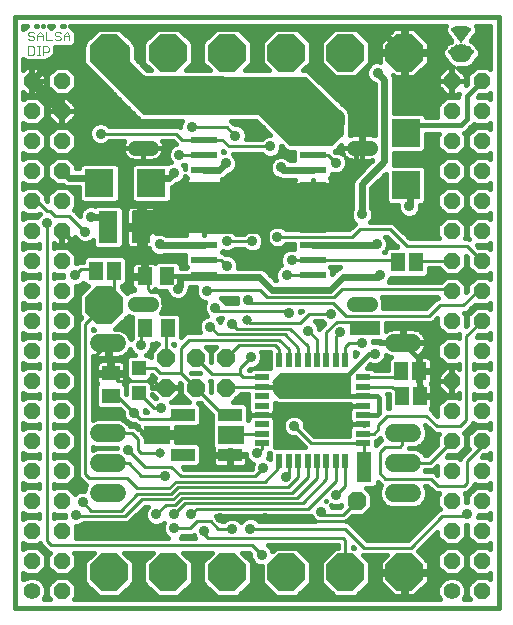
<source format=gtl>
G75*
%MOIN*%
%OFA0B0*%
%FSLAX24Y24*%
%IPPOS*%
%LPD*%
%AMOC8*
5,1,8,0,0,1.08239X$1,22.5*
%
%ADD10C,0.0160*%
%ADD11C,0.0040*%
%ADD12R,0.0500X0.0220*%
%ADD13R,0.0220X0.0500*%
%ADD14OC8,0.0600*%
%ADD15OC8,0.1250*%
%ADD16OC8,0.0630*%
%ADD17R,0.0472X0.0472*%
%ADD18R,0.0512X0.0630*%
%ADD19C,0.0560*%
%ADD20OC8,0.0560*%
%ADD21R,0.1000X0.0500*%
%ADD22R,0.0500X0.1000*%
%ADD23R,0.0866X0.0236*%
%ADD24R,0.0512X0.0591*%
%ADD25R,0.0630X0.1063*%
%ADD26R,0.0460X0.0630*%
%ADD27R,0.0787X0.0433*%
%ADD28R,0.0591X0.0512*%
%ADD29C,0.0515*%
%ADD30R,0.0945X0.0945*%
%ADD31C,0.0600*%
%ADD32R,0.0312X0.0004*%
%ADD33R,0.0344X0.0004*%
%ADD34R,0.0368X0.0004*%
%ADD35R,0.0392X0.0004*%
%ADD36R,0.0408X0.0004*%
%ADD37R,0.0424X0.0004*%
%ADD38R,0.0432X0.0004*%
%ADD39R,0.0448X0.0004*%
%ADD40R,0.0456X0.0004*%
%ADD41R,0.0472X0.0004*%
%ADD42R,0.0480X0.0004*%
%ADD43R,0.0488X0.0004*%
%ADD44R,0.0496X0.0004*%
%ADD45R,0.0504X0.0004*%
%ADD46R,0.0512X0.0004*%
%ADD47R,0.0520X0.0004*%
%ADD48R,0.0528X0.0004*%
%ADD49R,0.0536X0.0004*%
%ADD50R,0.0536X0.0004*%
%ADD51R,0.0544X0.0004*%
%ADD52R,0.0552X0.0004*%
%ADD53R,0.0560X0.0004*%
%ADD54R,0.0560X0.0004*%
%ADD55R,0.0568X0.0004*%
%ADD56R,0.0576X0.0004*%
%ADD57R,0.0584X0.0004*%
%ADD58R,0.0592X0.0004*%
%ADD59R,0.0592X0.0004*%
%ADD60R,0.0600X0.0004*%
%ADD61R,0.0608X0.0004*%
%ADD62R,0.0608X0.0004*%
%ADD63R,0.0616X0.0004*%
%ADD64R,0.0624X0.0004*%
%ADD65R,0.0632X0.0004*%
%ADD66R,0.0632X0.0004*%
%ADD67R,0.0640X0.0004*%
%ADD68R,0.0648X0.0004*%
%ADD69R,0.0648X0.0004*%
%ADD70R,0.0656X0.0004*%
%ADD71R,0.0664X0.0004*%
%ADD72R,0.0664X0.0004*%
%ADD73R,0.0672X0.0004*%
%ADD74R,0.0680X0.0004*%
%ADD75R,0.0680X0.0004*%
%ADD76R,0.0688X0.0004*%
%ADD77R,0.0696X0.0004*%
%ADD78R,0.0700X0.0004*%
%ADD79R,0.0708X0.0004*%
%ADD80R,0.0716X0.0004*%
%ADD81R,0.0720X0.0004*%
%ADD82R,0.0720X0.0004*%
%ADD83R,0.0724X0.0004*%
%ADD84R,0.0808X0.0004*%
%ADD85R,0.0824X0.0004*%
%ADD86R,0.0832X0.0004*%
%ADD87R,0.0840X0.0004*%
%ADD88R,0.0848X0.0004*%
%ADD89R,0.0856X0.0004*%
%ADD90R,0.0860X0.0004*%
%ADD91R,0.0864X0.0004*%
%ADD92R,0.0864X0.0004*%
%ADD93R,0.0868X0.0004*%
%ADD94R,0.0872X0.0004*%
%ADD95R,0.0872X0.0004*%
%ADD96R,0.0860X0.0004*%
%ADD97R,0.0832X0.0004*%
%ADD98R,0.0824X0.0004*%
%ADD99R,0.0708X0.0004*%
%ADD100R,0.0712X0.0004*%
%ADD101R,0.0712X0.0004*%
%ADD102R,0.0700X0.0004*%
%ADD103R,0.0696X0.0004*%
%ADD104R,0.0692X0.0004*%
%ADD105R,0.0668X0.0004*%
%ADD106R,0.0660X0.0004*%
%ADD107R,0.0452X0.0004*%
%ADD108R,0.0188X0.0004*%
%ADD109R,0.0448X0.0004*%
%ADD110R,0.0440X0.0004*%
%ADD111R,0.0184X0.0004*%
%ADD112R,0.0432X0.0004*%
%ADD113R,0.0184X0.0004*%
%ADD114R,0.0424X0.0004*%
%ADD115R,0.0412X0.0004*%
%ADD116R,0.0128X0.0004*%
%ADD117R,0.0044X0.0004*%
%ADD118R,0.0400X0.0004*%
%ADD119R,0.0008X0.0004*%
%ADD120R,0.0388X0.0004*%
%ADD121R,0.0132X0.0004*%
%ADD122R,0.0360X0.0004*%
%ADD123R,0.0136X0.0004*%
%ADD124R,0.0340X0.0004*%
%ADD125R,0.0140X0.0004*%
%ADD126R,0.0328X0.0004*%
%ADD127R,0.0144X0.0004*%
%ADD128R,0.0324X0.0004*%
%ADD129R,0.0148X0.0004*%
%ADD130R,0.0320X0.0004*%
%ADD131R,0.0156X0.0004*%
%ADD132R,0.0316X0.0004*%
%ADD133R,0.0176X0.0004*%
%ADD134R,0.0080X0.0004*%
%ADD135R,0.0052X0.0004*%
%ADD136R,0.0380X0.0004*%
%ADD137R,0.0372X0.0004*%
%ADD138R,0.0356X0.0004*%
%ADD139R,0.0004X0.0004*%
%ADD140R,0.0308X0.0004*%
%ADD141R,0.0060X0.0004*%
%ADD142R,0.0240X0.0004*%
%ADD143R,0.0232X0.0004*%
%ADD144R,0.0044X0.0004*%
%ADD145R,0.0164X0.0004*%
%ADD146R,0.0056X0.0004*%
%ADD147R,0.0036X0.0004*%
%ADD148R,0.0156X0.0004*%
%ADD149R,0.0048X0.0004*%
%ADD150R,0.0024X0.0004*%
%ADD151R,0.0036X0.0004*%
%ADD152R,0.0016X0.0004*%
%ADD153R,0.0028X0.0004*%
%ADD154R,0.0012X0.0004*%
%ADD155R,0.0124X0.0004*%
%ADD156R,0.0108X0.0004*%
%ADD157R,0.0008X0.0004*%
%ADD158R,0.0092X0.0004*%
%ADD159R,0.0068X0.0004*%
%ADD160R,0.0008X0.0004*%
%ADD161R,0.0016X0.0004*%
%ADD162R,0.0024X0.0004*%
%ADD163R,0.0032X0.0004*%
%ADD164R,0.0032X0.0004*%
%ADD165R,0.0040X0.0004*%
%ADD166R,0.0056X0.0004*%
%ADD167R,0.0064X0.0004*%
%ADD168R,0.0072X0.0004*%
%ADD169R,0.0088X0.0004*%
%ADD170R,0.0096X0.0004*%
%ADD171R,0.0104X0.0004*%
%ADD172R,0.0112X0.0004*%
%ADD173R,0.0120X0.0004*%
%ADD174R,0.0124X0.0004*%
%ADD175R,0.0128X0.0004*%
%ADD176R,0.0144X0.0004*%
%ADD177R,0.0152X0.0004*%
%ADD178R,0.0152X0.0004*%
%ADD179R,0.0160X0.0004*%
%ADD180R,0.0168X0.0004*%
%ADD181R,0.0176X0.0004*%
%ADD182R,0.0184X0.0004*%
%ADD183R,0.0192X0.0004*%
%ADD184R,0.0200X0.0004*%
%ADD185R,0.0208X0.0004*%
%ADD186R,0.0216X0.0004*%
%ADD187R,0.0216X0.0004*%
%ADD188R,0.0224X0.0004*%
%ADD189R,0.0232X0.0004*%
%ADD190R,0.0240X0.0004*%
%ADD191R,0.0248X0.0004*%
%ADD192R,0.0256X0.0004*%
%ADD193R,0.0264X0.0004*%
%ADD194R,0.0272X0.0004*%
%ADD195R,0.0280X0.0004*%
%ADD196R,0.0288X0.0004*%
%ADD197R,0.0296X0.0004*%
%ADD198R,0.0304X0.0004*%
%ADD199R,0.0320X0.0004*%
%ADD200R,0.0328X0.0004*%
%ADD201R,0.0336X0.0004*%
%ADD202R,0.0336X0.0004*%
%ADD203R,0.0200X0.0004*%
%ADD204R,0.0128X0.0004*%
%ADD205R,0.0204X0.0004*%
%ADD206R,0.0216X0.0004*%
%ADD207R,0.0228X0.0004*%
%ADD208R,0.0416X0.0004*%
%ADD209R,0.0424X0.0004*%
%ADD210R,0.0428X0.0004*%
%ADD211R,0.0304X0.0004*%
%ADD212R,0.0180X0.0004*%
%ADD213R,0.0112X0.0004*%
%ADD214R,0.0176X0.0004*%
%ADD215R,0.0112X0.0004*%
%ADD216R,0.0132X0.0004*%
%ADD217R,0.0116X0.0004*%
%ADD218R,0.0332X0.0004*%
%ADD219R,0.0336X0.0004*%
%ADD220R,0.0480X0.0004*%
%ADD221R,0.0496X0.0004*%
%ADD222R,0.0512X0.0004*%
%ADD223R,0.0544X0.0004*%
%ADD224R,0.0208X0.0004*%
%ADD225R,0.0356X0.0004*%
%ADD226R,0.0208X0.0004*%
%ADD227R,0.0364X0.0004*%
%ADD228R,0.0212X0.0004*%
%ADD229R,0.0368X0.0004*%
%ADD230R,0.0220X0.0004*%
%ADD231R,0.0600X0.0004*%
%ADD232R,0.0356X0.0004*%
%ADD233R,0.0228X0.0004*%
%ADD234R,0.0236X0.0004*%
%ADD235R,0.0360X0.0004*%
%ADD236R,0.0368X0.0004*%
%ADD237R,0.0244X0.0004*%
%ADD238R,0.0252X0.0004*%
%ADD239R,0.0376X0.0004*%
%ADD240R,0.0672X0.0004*%
%ADD241R,0.0624X0.0004*%
%ADD242R,0.0596X0.0004*%
%ADD243R,0.0552X0.0004*%
%ADD244R,0.0456X0.0004*%
%ADD245R,0.0384X0.0004*%
%ADD246R,0.0352X0.0004*%
%ADD247R,0.0188X0.0004*%
%ADD248R,0.0108X0.0004*%
%ADD249R,0.0906X0.0630*%
%ADD250C,0.0356*%
%ADD251C,0.0100*%
%ADD252C,0.0240*%
%ADD253C,0.0320*%
%ADD254C,0.0120*%
%ADD255C,0.0317*%
D10*
X003348Y000180D02*
X019490Y000180D01*
X019490Y019865D01*
X003348Y019865D01*
X003348Y000180D01*
X003628Y001123D02*
X003628Y001347D01*
X003720Y001255D01*
X004118Y001255D01*
X004399Y001536D01*
X004399Y001934D01*
X004118Y002215D01*
X003720Y002215D01*
X003628Y002123D01*
X003628Y002347D01*
X003720Y002255D01*
X004118Y002255D01*
X004186Y002324D01*
X004211Y002263D01*
X004346Y002128D01*
X004417Y002058D01*
X004509Y002020D01*
X004525Y002020D01*
X004439Y001934D01*
X004439Y001536D01*
X004720Y001255D01*
X005118Y001255D01*
X005399Y001536D01*
X005399Y001934D01*
X005313Y002020D01*
X005990Y002020D01*
X005673Y001703D01*
X005673Y001019D01*
X006156Y000536D01*
X006840Y000536D01*
X007323Y001019D01*
X007323Y001703D01*
X007006Y002020D01*
X007959Y002020D01*
X007641Y001703D01*
X007641Y001019D01*
X008125Y000536D01*
X008808Y000536D01*
X009291Y001019D01*
X009291Y001703D01*
X008974Y002020D01*
X009927Y002020D01*
X009610Y001703D01*
X009610Y001019D01*
X010093Y000536D01*
X010777Y000536D01*
X011260Y001019D01*
X011260Y001703D01*
X010943Y002020D01*
X011155Y002020D01*
X011210Y001965D01*
X011210Y001865D01*
X011268Y001726D01*
X011374Y001619D01*
X011513Y001562D01*
X011578Y001562D01*
X011578Y001019D01*
X012062Y000536D01*
X012745Y000536D01*
X013228Y001019D01*
X013228Y001703D01*
X012745Y002186D01*
X012062Y002186D01*
X011944Y002069D01*
X011909Y002154D01*
X011803Y002261D01*
X011792Y002265D01*
X014123Y002265D01*
X014123Y002186D01*
X014030Y002186D01*
X013547Y001703D01*
X013547Y001019D01*
X014030Y000536D01*
X014714Y000536D01*
X015197Y001019D01*
X015197Y001703D01*
X014965Y001935D01*
X015776Y001935D01*
X015535Y001695D01*
X015535Y001411D01*
X016290Y001411D01*
X016290Y001311D01*
X015535Y001311D01*
X015535Y001028D01*
X016007Y000556D01*
X016290Y000556D01*
X016290Y001311D01*
X016390Y001311D01*
X016390Y000556D01*
X016674Y000556D01*
X017145Y001028D01*
X017145Y001311D01*
X016390Y001311D01*
X016390Y001411D01*
X017145Y001411D01*
X017145Y001695D01*
X016785Y002055D01*
X017439Y002709D01*
X017439Y002536D01*
X017720Y002255D01*
X018118Y002255D01*
X018399Y002536D01*
X018399Y002932D01*
X018439Y002932D01*
X018439Y002536D01*
X018720Y002255D01*
X019118Y002255D01*
X019210Y002347D01*
X019210Y002123D01*
X019118Y002215D01*
X018720Y002215D01*
X018439Y001934D01*
X018439Y001536D01*
X018720Y001255D01*
X019118Y001255D01*
X019210Y001347D01*
X019210Y001123D01*
X019118Y001215D01*
X018720Y001215D01*
X018439Y000934D01*
X018439Y000536D01*
X018515Y000460D01*
X018323Y000460D01*
X018326Y000463D01*
X018399Y000640D01*
X018399Y000831D01*
X018326Y001007D01*
X018191Y001142D01*
X018015Y001215D01*
X017824Y001215D01*
X017647Y001142D01*
X017512Y001007D01*
X017439Y000831D01*
X017439Y000640D01*
X017512Y000463D01*
X017515Y000460D01*
X005323Y000460D01*
X005399Y000536D01*
X005399Y000934D01*
X005118Y001215D01*
X004720Y001215D01*
X004439Y000934D01*
X004439Y000536D01*
X004515Y000460D01*
X004323Y000460D01*
X004326Y000463D01*
X004399Y000640D01*
X004399Y000831D01*
X004326Y001007D01*
X004191Y001142D01*
X004015Y001215D01*
X003824Y001215D01*
X003647Y001142D01*
X003628Y001123D01*
X003628Y001131D02*
X003636Y001131D01*
X003628Y001290D02*
X003686Y001290D01*
X004152Y001290D02*
X004686Y001290D01*
X004636Y001131D02*
X004202Y001131D01*
X004340Y000973D02*
X004478Y000973D01*
X004439Y000814D02*
X004399Y000814D01*
X004399Y000656D02*
X004439Y000656D01*
X004478Y000497D02*
X004340Y000497D01*
X005202Y001131D02*
X005673Y001131D01*
X005673Y001290D02*
X005152Y001290D01*
X005311Y001448D02*
X005673Y001448D01*
X005673Y001607D02*
X005399Y001607D01*
X005399Y001765D02*
X005735Y001765D01*
X005894Y001924D02*
X005399Y001924D01*
X005383Y002520D02*
X005399Y002536D01*
X005399Y002897D01*
X005470Y002897D01*
X005609Y002955D01*
X005644Y002990D01*
X007078Y002990D01*
X007170Y003028D01*
X007687Y003545D01*
X007787Y003545D01*
X007744Y003502D01*
X007687Y003363D01*
X007687Y003213D01*
X007744Y003074D01*
X007851Y002967D01*
X007990Y002910D01*
X008140Y002910D01*
X008279Y002967D01*
X008330Y003019D01*
X008285Y002910D01*
X008285Y002760D01*
X008343Y002621D01*
X008444Y002520D01*
X005383Y002520D01*
X005399Y002558D02*
X008406Y002558D01*
X008303Y002716D02*
X005399Y002716D01*
X005399Y002875D02*
X008285Y002875D01*
X007785Y003033D02*
X007175Y003033D01*
X007333Y003192D02*
X007696Y003192D01*
X007687Y003350D02*
X007492Y003350D01*
X007650Y003509D02*
X007751Y003509D01*
X008883Y002520D02*
X008948Y002585D01*
X009258Y002585D01*
X009313Y002608D01*
X009343Y002536D01*
X009359Y002520D01*
X008883Y002520D01*
X008921Y002558D02*
X009334Y002558D01*
X009071Y001924D02*
X009831Y001924D01*
X009672Y001765D02*
X009229Y001765D01*
X009291Y001607D02*
X009610Y001607D01*
X009610Y001448D02*
X009291Y001448D01*
X009291Y001290D02*
X009610Y001290D01*
X009610Y001131D02*
X009291Y001131D01*
X009245Y000973D02*
X009657Y000973D01*
X009815Y000814D02*
X009086Y000814D01*
X008928Y000656D02*
X009974Y000656D01*
X010896Y000656D02*
X011942Y000656D01*
X011784Y000814D02*
X011055Y000814D01*
X011213Y000973D02*
X011625Y000973D01*
X011578Y001131D02*
X011260Y001131D01*
X011260Y001290D02*
X011578Y001290D01*
X011578Y001448D02*
X011260Y001448D01*
X011260Y001607D02*
X011405Y001607D01*
X011252Y001765D02*
X011198Y001765D01*
X011210Y001924D02*
X011039Y001924D01*
X011823Y002241D02*
X014123Y002241D01*
X013926Y002082D02*
X012849Y002082D01*
X013008Y001924D02*
X013768Y001924D01*
X013609Y001765D02*
X013166Y001765D01*
X013228Y001607D02*
X013547Y001607D01*
X013547Y001448D02*
X013228Y001448D01*
X013228Y001290D02*
X013547Y001290D01*
X013547Y001131D02*
X013228Y001131D01*
X013182Y000973D02*
X013594Y000973D01*
X013752Y000814D02*
X013023Y000814D01*
X012865Y000656D02*
X013911Y000656D01*
X014833Y000656D02*
X015908Y000656D01*
X015749Y000814D02*
X014992Y000814D01*
X015150Y000973D02*
X015591Y000973D01*
X015535Y001131D02*
X015197Y001131D01*
X015197Y001290D02*
X015535Y001290D01*
X015535Y001448D02*
X015197Y001448D01*
X015197Y001607D02*
X015535Y001607D01*
X015606Y001765D02*
X015135Y001765D01*
X014976Y001924D02*
X015764Y001924D01*
X016290Y001290D02*
X016390Y001290D01*
X016390Y001131D02*
X016290Y001131D01*
X016290Y000973D02*
X016390Y000973D01*
X016390Y000814D02*
X016290Y000814D01*
X016290Y000656D02*
X016390Y000656D01*
X016773Y000656D02*
X017439Y000656D01*
X017439Y000814D02*
X016932Y000814D01*
X017090Y000973D02*
X017498Y000973D01*
X017636Y001131D02*
X017145Y001131D01*
X017145Y001290D02*
X017686Y001290D01*
X017720Y001255D02*
X017439Y001536D01*
X017439Y001934D01*
X017720Y002215D01*
X018118Y002215D01*
X018399Y001934D01*
X018399Y001536D01*
X018118Y001255D01*
X017720Y001255D01*
X017527Y001448D02*
X017145Y001448D01*
X017145Y001607D02*
X017439Y001607D01*
X017439Y001765D02*
X017075Y001765D01*
X016916Y001924D02*
X017439Y001924D01*
X017587Y002082D02*
X016813Y002082D01*
X016971Y002241D02*
X019210Y002241D01*
X018587Y002082D02*
X018251Y002082D01*
X018399Y001924D02*
X018439Y001924D01*
X018439Y001765D02*
X018399Y001765D01*
X018399Y001607D02*
X018439Y001607D01*
X018527Y001448D02*
X018311Y001448D01*
X018152Y001290D02*
X018686Y001290D01*
X018636Y001131D02*
X018202Y001131D01*
X018340Y000973D02*
X018478Y000973D01*
X018439Y000814D02*
X018399Y000814D01*
X018399Y000656D02*
X018439Y000656D01*
X018478Y000497D02*
X018340Y000497D01*
X017498Y000497D02*
X005360Y000497D01*
X005399Y000656D02*
X006037Y000656D01*
X005878Y000814D02*
X005399Y000814D01*
X005361Y000973D02*
X005720Y000973D01*
X004527Y001448D02*
X004311Y001448D01*
X004399Y001607D02*
X004439Y001607D01*
X004439Y001765D02*
X004399Y001765D01*
X004399Y001924D02*
X004439Y001924D01*
X004393Y002082D02*
X004251Y002082D01*
X004234Y002241D02*
X003628Y002241D01*
X003628Y003123D02*
X003628Y003347D01*
X003720Y003255D01*
X004118Y003255D01*
X004173Y003310D01*
X004173Y003160D01*
X004118Y003215D01*
X003720Y003215D01*
X003628Y003123D01*
X003628Y003192D02*
X003697Y003192D01*
X004142Y003192D02*
X004173Y003192D01*
X004673Y003192D02*
X004697Y003192D01*
X004720Y003215D02*
X004673Y003168D01*
X004673Y003302D01*
X004720Y003255D01*
X005017Y003255D01*
X005017Y003215D01*
X004720Y003215D01*
X004673Y004168D02*
X004673Y004302D01*
X004720Y004255D01*
X005118Y004255D01*
X005399Y004536D01*
X005399Y004934D01*
X005118Y005215D01*
X004720Y005215D01*
X004673Y005168D01*
X004673Y005302D01*
X004720Y005255D01*
X005118Y005255D01*
X005399Y005536D01*
X005399Y005934D01*
X005118Y006215D01*
X004720Y006215D01*
X004673Y006168D01*
X004673Y006302D01*
X004720Y006255D01*
X005118Y006255D01*
X005399Y006536D01*
X005399Y006934D01*
X005118Y007215D01*
X004720Y007215D01*
X004673Y007168D01*
X004673Y007302D01*
X004720Y007255D01*
X005118Y007255D01*
X005399Y007536D01*
X005399Y007934D01*
X005118Y008215D01*
X004720Y008215D01*
X004673Y008168D01*
X004673Y008302D01*
X004720Y008255D01*
X005118Y008255D01*
X005399Y008536D01*
X005399Y008934D01*
X005118Y009215D01*
X004720Y009215D01*
X004673Y009168D01*
X004673Y009302D01*
X004720Y009255D01*
X005118Y009255D01*
X005399Y009536D01*
X005399Y009934D01*
X005118Y010215D01*
X004720Y010215D01*
X004673Y010168D01*
X004673Y010302D01*
X004720Y010255D01*
X005118Y010255D01*
X005399Y010536D01*
X005399Y010887D01*
X005429Y010887D01*
X005568Y010944D01*
X005634Y011011D01*
X005750Y010895D01*
X005788Y010895D01*
X005506Y010613D01*
X005506Y009930D01*
X005571Y009865D01*
X005491Y009785D01*
X005453Y009693D01*
X005453Y004585D01*
X005491Y004493D01*
X005621Y004363D01*
X005692Y004293D01*
X005736Y004275D01*
X005734Y004273D01*
X005658Y004089D01*
X005658Y004078D01*
X005543Y004078D01*
X005404Y004021D01*
X005358Y003975D01*
X005118Y004215D01*
X004720Y004215D01*
X004673Y004168D01*
X004673Y004301D02*
X004674Y004301D01*
X004173Y004301D02*
X004164Y004301D01*
X004173Y004310D02*
X004173Y004160D01*
X004118Y004215D01*
X003720Y004215D01*
X003628Y004123D01*
X003628Y004347D01*
X003720Y004255D01*
X004118Y004255D01*
X004173Y004310D01*
X003674Y004301D02*
X003628Y004301D01*
X003628Y004143D02*
X003648Y004143D01*
X003628Y005123D02*
X003628Y005347D01*
X003720Y005255D01*
X004118Y005255D01*
X004173Y005310D01*
X004173Y005160D01*
X004118Y005215D01*
X003720Y005215D01*
X003628Y005123D01*
X003628Y005252D02*
X004173Y005252D01*
X004673Y005252D02*
X005453Y005252D01*
X005453Y005094D02*
X005240Y005094D01*
X005398Y004935D02*
X005453Y004935D01*
X005453Y004777D02*
X005399Y004777D01*
X005399Y004618D02*
X005453Y004618D01*
X005525Y004460D02*
X005322Y004460D01*
X005164Y004301D02*
X005684Y004301D01*
X005680Y004143D02*
X005191Y004143D01*
X005349Y003984D02*
X005368Y003984D01*
X005453Y005411D02*
X005273Y005411D01*
X005399Y005569D02*
X005453Y005569D01*
X005453Y005728D02*
X005399Y005728D01*
X005399Y005886D02*
X005453Y005886D01*
X005453Y006045D02*
X005289Y006045D01*
X005130Y006203D02*
X005453Y006203D01*
X005453Y006362D02*
X005224Y006362D01*
X005383Y006520D02*
X005453Y006520D01*
X005453Y006679D02*
X005399Y006679D01*
X005399Y006837D02*
X005453Y006837D01*
X005453Y006996D02*
X005338Y006996D01*
X005453Y007154D02*
X005179Y007154D01*
X005175Y007313D02*
X005453Y007313D01*
X005453Y007471D02*
X005334Y007471D01*
X005399Y007630D02*
X005453Y007630D01*
X005453Y007788D02*
X005399Y007788D01*
X005387Y007947D02*
X005453Y007947D01*
X005453Y008105D02*
X005228Y008105D01*
X005126Y008264D02*
X005453Y008264D01*
X005453Y008422D02*
X005285Y008422D01*
X005399Y008581D02*
X005453Y008581D01*
X005453Y008739D02*
X005399Y008739D01*
X005399Y008898D02*
X005453Y008898D01*
X005453Y009056D02*
X005277Y009056D01*
X005119Y009215D02*
X005453Y009215D01*
X005453Y009373D02*
X005236Y009373D01*
X005394Y009532D02*
X005453Y009532D01*
X005453Y009690D02*
X005399Y009690D01*
X005399Y009849D02*
X005555Y009849D01*
X005506Y010007D02*
X005326Y010007D01*
X005168Y010166D02*
X005506Y010166D01*
X005506Y010324D02*
X005187Y010324D01*
X005345Y010483D02*
X005506Y010483D01*
X005534Y010641D02*
X005399Y010641D01*
X005399Y010800D02*
X005693Y010800D01*
X005687Y010958D02*
X005581Y010958D01*
X004975Y011215D02*
X004720Y011215D01*
X004673Y011168D01*
X004673Y011302D01*
X004720Y011255D01*
X004975Y011255D01*
X004975Y011215D01*
X004700Y011275D02*
X004673Y011275D01*
X004173Y011275D02*
X004138Y011275D01*
X004118Y011255D02*
X004173Y011310D01*
X004173Y011160D01*
X004118Y011215D01*
X003720Y011215D01*
X003628Y011123D01*
X003628Y011347D01*
X003720Y011255D01*
X004118Y011255D01*
X003700Y011275D02*
X003628Y011275D01*
X003628Y012123D02*
X003628Y012347D01*
X003720Y012255D01*
X004118Y012255D01*
X004173Y012310D01*
X004173Y012160D01*
X004118Y012215D01*
X003720Y012215D01*
X003628Y012123D01*
X003628Y012226D02*
X004173Y012226D01*
X004673Y012226D02*
X005976Y012226D01*
X005950Y012252D02*
X006068Y012135D01*
X006863Y012135D01*
X006980Y012252D01*
X006980Y013481D01*
X006863Y013598D01*
X006068Y013598D01*
X006034Y013564D01*
X005971Y013591D01*
X005821Y013591D01*
X005682Y013533D01*
X005575Y013427D01*
X005518Y013288D01*
X005518Y013251D01*
X005382Y013387D01*
X005316Y013453D01*
X005399Y013536D01*
X005399Y013934D01*
X005143Y014190D01*
X005500Y014190D01*
X005500Y013780D01*
X005617Y013663D01*
X006727Y013663D01*
X006845Y013780D01*
X006845Y014890D01*
X006727Y015007D01*
X005617Y015007D01*
X005500Y014890D01*
X005500Y014830D01*
X005399Y014830D01*
X005399Y014934D01*
X005118Y015215D01*
X004720Y015215D01*
X004439Y014934D01*
X004439Y014536D01*
X004720Y014255D01*
X004947Y014255D01*
X004963Y014239D01*
X005020Y014215D01*
X004720Y014215D01*
X004439Y013934D01*
X004439Y013753D01*
X004399Y013793D01*
X004399Y013934D01*
X004118Y014215D01*
X003720Y014215D01*
X003628Y014123D01*
X003628Y014347D01*
X003720Y014255D01*
X004118Y014255D01*
X004399Y014536D01*
X004399Y014934D01*
X004118Y015215D01*
X003720Y015215D01*
X003628Y015123D01*
X003628Y015347D01*
X003720Y015255D01*
X004118Y015255D01*
X004399Y015536D01*
X004399Y015934D01*
X004118Y016215D01*
X003720Y016215D01*
X003628Y016123D01*
X003628Y016347D01*
X003628Y016347D01*
X003720Y016255D01*
X004118Y016255D01*
X004399Y016536D01*
X004399Y016934D01*
X004118Y017215D01*
X003720Y017215D01*
X003628Y017123D01*
X003628Y017375D01*
X003729Y017275D01*
X003909Y017275D01*
X003909Y017725D01*
X003929Y017725D01*
X003929Y017275D01*
X004110Y017275D01*
X004379Y017545D01*
X004379Y017725D01*
X003929Y017725D01*
X003929Y017745D01*
X003909Y017745D01*
X003909Y018195D01*
X003729Y018195D01*
X003628Y018095D01*
X003628Y018479D01*
X003717Y018390D01*
X004390Y018390D01*
X004484Y018484D01*
X004530Y018484D01*
X004659Y018613D01*
X004706Y018659D01*
X004706Y018870D01*
X005078Y018870D01*
X005080Y018873D01*
X005082Y018870D01*
X005264Y018870D01*
X005393Y018999D01*
X005393Y019368D01*
X005264Y019497D01*
X005177Y019585D01*
X017743Y019585D01*
X017692Y019535D01*
X017692Y019535D01*
X017688Y019531D01*
X017688Y019357D01*
X017696Y019349D01*
X017696Y019345D01*
X017708Y019333D01*
X017708Y019329D01*
X017712Y019325D01*
X017720Y019317D01*
X017720Y019313D01*
X017728Y019305D01*
X017732Y019301D01*
X017732Y019297D01*
X017744Y019285D01*
X017744Y019281D01*
X017756Y019269D01*
X017756Y019265D01*
X017768Y019253D01*
X017768Y019249D01*
X017772Y019245D01*
X017780Y019237D01*
X017780Y019233D01*
X017788Y019225D01*
X017792Y019221D01*
X017792Y019217D01*
X017800Y019209D01*
X017800Y019205D01*
X017812Y019193D01*
X017812Y019193D01*
X017812Y019193D01*
X017812Y019189D01*
X017816Y019185D01*
X017824Y019177D01*
X017824Y019173D01*
X017836Y019161D01*
X017836Y019157D01*
X017848Y019145D01*
X017848Y019141D01*
X017860Y019129D01*
X017860Y019125D01*
X017872Y019113D01*
X017872Y019109D01*
X017876Y019105D01*
X017884Y019097D01*
X017884Y019093D01*
X017892Y019085D01*
X017896Y019081D01*
X017896Y019077D01*
X017907Y019066D01*
X017889Y019048D01*
X017825Y019048D01*
X017708Y018931D01*
X017708Y018915D01*
X017704Y018911D01*
X017704Y018903D01*
X017616Y018815D01*
X017616Y018815D01*
X017596Y018795D01*
X017596Y018787D01*
X017592Y018783D01*
X017592Y018779D01*
X017592Y018601D01*
X017592Y018593D01*
X017596Y018589D01*
X017596Y018581D01*
X017700Y018477D01*
X017700Y018473D01*
X017704Y018469D01*
X017704Y018461D01*
X017708Y018457D01*
X017708Y018453D01*
X017712Y018449D01*
X017712Y018445D01*
X017716Y018441D01*
X017716Y018437D01*
X017720Y018433D01*
X017720Y018429D01*
X017724Y018425D01*
X017724Y018421D01*
X017728Y018417D01*
X017728Y018413D01*
X017732Y018409D01*
X017732Y018405D01*
X017740Y018397D01*
X017740Y018393D01*
X017748Y018385D01*
X017748Y018381D01*
X017760Y018369D01*
X017760Y018365D01*
X017877Y018248D01*
X017881Y018244D01*
X017885Y018240D01*
X017889Y018236D01*
X017893Y018232D01*
X017897Y018228D01*
X017901Y018224D01*
X017905Y018220D01*
X017905Y018220D01*
X017909Y018216D01*
X017913Y018216D01*
X017921Y018208D01*
X017925Y018208D01*
X017929Y018204D01*
X017933Y018200D01*
X017937Y018200D01*
X017941Y018196D01*
X017945Y018196D01*
X017946Y018195D01*
X017929Y018195D01*
X017929Y017745D01*
X017909Y017745D01*
X017909Y017725D01*
X017459Y017725D01*
X017459Y017545D01*
X017729Y017275D01*
X017909Y017275D01*
X017909Y017725D01*
X017929Y017725D01*
X017929Y017275D01*
X018110Y017275D01*
X018153Y017318D01*
X018143Y017295D01*
X018143Y017190D01*
X018118Y017215D01*
X017720Y017215D01*
X017439Y016934D01*
X017439Y016545D01*
X017061Y016545D01*
X017061Y016566D01*
X016944Y016684D01*
X015993Y016684D01*
X015993Y017849D01*
X015962Y017924D01*
X016007Y017879D01*
X016290Y017879D01*
X016290Y018634D01*
X015535Y018634D01*
X015535Y018383D01*
X015524Y018388D01*
X015373Y018388D01*
X015234Y018331D01*
X015128Y018224D01*
X015070Y018085D01*
X015070Y017935D01*
X015128Y017796D01*
X015234Y017689D01*
X015353Y017640D01*
X015353Y015926D01*
X015288Y015947D01*
X015220Y015957D01*
X014928Y015957D01*
X014636Y015957D01*
X014568Y015947D01*
X014517Y015930D01*
X014518Y015931D01*
X014518Y015933D01*
X014518Y015935D01*
X014518Y015983D01*
X014528Y016564D01*
X014529Y016567D01*
X014528Y016614D01*
X014529Y016661D01*
X014528Y016664D01*
X015353Y016664D01*
X015353Y016506D02*
X014527Y016506D01*
X014528Y016664D02*
X014528Y016667D01*
X014510Y016710D01*
X014492Y016753D01*
X014490Y016755D01*
X014489Y016758D01*
X014456Y016791D01*
X014423Y016825D01*
X014420Y016826D01*
X013210Y018017D01*
X013176Y018052D01*
X013174Y018052D01*
X013173Y018053D01*
X013128Y018071D01*
X013084Y018090D01*
X013082Y018090D01*
X013081Y018090D01*
X013033Y018090D01*
X012976Y018090D01*
X013228Y018342D01*
X013228Y019026D01*
X012745Y019509D01*
X012062Y019509D01*
X011578Y019026D01*
X011578Y018342D01*
X011827Y018093D01*
X011013Y018096D01*
X011260Y018342D01*
X011260Y019026D01*
X010777Y019509D01*
X010093Y019509D01*
X009610Y019026D01*
X009610Y018342D01*
X009853Y018099D01*
X009050Y018101D01*
X009291Y018342D01*
X009291Y019026D01*
X008808Y019509D01*
X008125Y019509D01*
X007641Y019026D01*
X007641Y018342D01*
X007879Y018104D01*
X007762Y018105D01*
X007378Y018489D01*
X007378Y018910D01*
X007340Y019002D01*
X007323Y019019D01*
X007323Y019026D01*
X006840Y019509D01*
X006156Y019509D01*
X005673Y019026D01*
X005673Y019008D01*
X005668Y018996D01*
X005655Y018978D01*
X005649Y018951D01*
X005638Y018925D01*
X005638Y018904D01*
X005628Y018880D01*
X005628Y018857D01*
X005623Y018836D01*
X005628Y018808D01*
X005628Y018380D01*
X005666Y018288D01*
X007436Y016518D01*
X007507Y016448D01*
X007599Y016410D01*
X008934Y016410D01*
X008933Y016409D01*
X008875Y016270D01*
X008875Y016199D01*
X008788Y016235D01*
X006503Y016235D01*
X006433Y016306D01*
X006294Y016363D01*
X006143Y016363D01*
X006004Y016306D01*
X005898Y016199D01*
X005840Y016060D01*
X005840Y015910D01*
X005898Y015771D01*
X006004Y015664D01*
X006143Y015607D01*
X006294Y015607D01*
X006433Y015664D01*
X006503Y015735D01*
X006989Y015735D01*
X006965Y015688D01*
X006944Y015622D01*
X006933Y015554D01*
X006933Y015520D01*
X007628Y015520D01*
X006933Y015520D01*
X006933Y015486D01*
X006944Y015418D01*
X006965Y015352D01*
X006997Y015291D01*
X007037Y015235D01*
X007086Y015186D01*
X007142Y015146D01*
X007203Y015115D01*
X007268Y015093D01*
X007336Y015083D01*
X007628Y015083D01*
X007628Y015520D01*
X007628Y015520D01*
X007628Y015520D01*
X007628Y015083D01*
X007920Y015083D01*
X007988Y015093D01*
X008054Y015115D01*
X008115Y015146D01*
X008171Y015186D01*
X008220Y015235D01*
X008260Y015291D01*
X008291Y015352D01*
X008313Y015418D01*
X008323Y015486D01*
X008323Y015520D01*
X008323Y015554D01*
X008313Y015622D01*
X008291Y015688D01*
X008267Y015735D01*
X008635Y015735D01*
X008726Y015643D01*
X008728Y015642D01*
X008629Y015601D01*
X008523Y015494D01*
X008465Y015355D01*
X008465Y015205D01*
X008523Y015066D01*
X008545Y015043D01*
X008459Y015007D01*
X007349Y015007D01*
X007232Y014890D01*
X007232Y013780D01*
X007349Y013663D01*
X008460Y013663D01*
X008577Y013780D01*
X008577Y014198D01*
X008675Y014239D01*
X008743Y014307D01*
X008744Y014307D01*
X008883Y014364D01*
X008989Y014471D01*
X009033Y014578D01*
X009033Y014572D01*
X009097Y014509D01*
X009089Y014502D01*
X009066Y014461D01*
X009053Y014415D01*
X009053Y014273D01*
X009053Y014131D01*
X009066Y014086D01*
X009089Y014045D01*
X009111Y014023D01*
X009089Y014002D01*
X009066Y013961D01*
X009053Y013915D01*
X009053Y013773D01*
X009053Y013631D01*
X009066Y013586D01*
X009089Y013545D01*
X009111Y013523D01*
X009089Y013502D01*
X009066Y013461D01*
X009053Y013415D01*
X009053Y013273D01*
X009053Y013131D01*
X009066Y013086D01*
X009089Y013045D01*
X009111Y013023D01*
X009089Y013002D01*
X009066Y012961D01*
X009053Y012915D01*
X009053Y012773D01*
X009053Y012631D01*
X009064Y012593D01*
X008415Y012593D01*
X008393Y012616D01*
X008254Y012673D01*
X008103Y012673D01*
X008063Y012656D01*
X008063Y012789D01*
X007645Y012789D01*
X007645Y012155D01*
X007827Y012155D01*
X007858Y012081D01*
X007964Y011974D01*
X008103Y011917D01*
X008254Y011917D01*
X008341Y011953D01*
X009033Y011953D01*
X009033Y011572D01*
X009082Y011523D01*
X009071Y011512D01*
X008883Y011512D01*
X008883Y011610D01*
X008766Y011727D01*
X008089Y011727D01*
X008037Y011676D01*
X008005Y011695D01*
X007959Y011707D01*
X007727Y011707D01*
X007727Y011280D01*
X007631Y011280D01*
X007631Y011707D01*
X007400Y011707D01*
X007354Y011695D01*
X007313Y011671D01*
X007279Y011638D01*
X007256Y011596D01*
X007243Y011551D01*
X007243Y011280D01*
X007631Y011280D01*
X007631Y011184D01*
X007243Y011184D01*
X007243Y010913D01*
X007256Y010867D01*
X007279Y010826D01*
X007313Y010792D01*
X007339Y010777D01*
X007280Y010777D01*
X007112Y010708D01*
X007087Y010683D01*
X006913Y010856D01*
X006913Y010895D01*
X006976Y010895D01*
X007093Y011012D01*
X007093Y011808D01*
X006976Y011925D01*
X005750Y011925D01*
X005633Y011808D01*
X005633Y011715D01*
X005504Y011715D01*
X005412Y011677D01*
X005399Y011664D01*
X005399Y011934D01*
X005118Y012215D01*
X004720Y012215D01*
X004673Y012168D01*
X004673Y012330D01*
X004729Y012275D01*
X004909Y012275D01*
X004909Y012725D01*
X004929Y012725D01*
X004929Y012275D01*
X005110Y012275D01*
X005366Y012532D01*
X005378Y012502D01*
X005485Y012396D01*
X005624Y012338D01*
X005774Y012338D01*
X005913Y012396D01*
X005950Y012433D01*
X005950Y012252D01*
X005950Y012385D02*
X005886Y012385D01*
X005559Y012095D02*
X007679Y012095D01*
X007679Y012526D01*
X007888Y012735D01*
X008418Y012735D01*
X008723Y013040D01*
X008723Y014060D01*
X008963Y014300D01*
X009648Y014300D01*
X009658Y014290D01*
X009667Y014273D02*
X009667Y014273D01*
X009667Y014273D01*
X010280Y014273D01*
X010280Y014131D01*
X010267Y014086D01*
X010244Y014045D01*
X010222Y014023D01*
X010244Y014002D01*
X010267Y013961D01*
X010280Y013915D01*
X010280Y013773D01*
X009667Y013773D01*
X009667Y013773D01*
X009667Y013273D01*
X009667Y013273D01*
X010280Y013273D01*
X010280Y013131D01*
X010267Y013086D01*
X010244Y013045D01*
X010222Y013023D01*
X010244Y013002D01*
X010267Y012961D01*
X010280Y012915D01*
X010280Y012773D01*
X009667Y012773D01*
X009667Y012773D01*
X009667Y012593D01*
X009667Y012593D01*
X009667Y012773D01*
X009667Y012773D01*
X010280Y012773D01*
X010280Y012772D01*
X010343Y012798D01*
X010494Y012798D01*
X010633Y012741D01*
X010723Y012650D01*
X010979Y012650D01*
X011049Y012721D01*
X011188Y012778D01*
X011339Y012778D01*
X011478Y012721D01*
X011584Y012614D01*
X011641Y012475D01*
X011641Y012325D01*
X011584Y012186D01*
X011478Y012079D01*
X011339Y012022D01*
X011188Y012022D01*
X011049Y012079D01*
X010979Y012150D01*
X010683Y012150D01*
X010633Y012099D01*
X010494Y012042D01*
X010343Y012042D01*
X010291Y012064D01*
X010251Y012023D01*
X010251Y012023D01*
X010280Y012023D01*
X010372Y011985D01*
X010394Y011963D01*
X010494Y011963D01*
X010633Y011906D01*
X010739Y011799D01*
X010796Y011660D01*
X010796Y011510D01*
X011572Y011510D01*
X011690Y011461D01*
X012046Y011105D01*
X012072Y011105D01*
X012035Y011195D01*
X012035Y011345D01*
X012093Y011484D01*
X012199Y011591D01*
X012239Y011607D01*
X012200Y011700D01*
X012200Y011850D01*
X012258Y011989D01*
X012364Y012096D01*
X012503Y012153D01*
X012654Y012153D01*
X012655Y012152D01*
X012655Y012290D01*
X012383Y012290D01*
X012313Y012219D01*
X012174Y012162D01*
X012023Y012162D01*
X011884Y012219D01*
X011778Y012326D01*
X011720Y012465D01*
X011720Y012615D01*
X011778Y012754D01*
X011884Y012861D01*
X012023Y012918D01*
X012174Y012918D01*
X012313Y012861D01*
X012383Y012790D01*
X012675Y012790D01*
X012675Y012915D01*
X012688Y012961D01*
X012711Y013002D01*
X012733Y013023D01*
X012711Y013045D01*
X012688Y013086D01*
X012675Y013131D01*
X012675Y013273D01*
X013289Y013273D01*
X013289Y013273D01*
X013902Y013273D01*
X013902Y013131D01*
X013889Y013086D01*
X013866Y013045D01*
X013844Y013023D01*
X013866Y013002D01*
X013889Y012961D01*
X013902Y012915D01*
X013902Y012790D01*
X014505Y012790D01*
X014651Y012937D01*
X014699Y012984D01*
X014603Y013081D01*
X014545Y013220D01*
X014545Y013370D01*
X014603Y013509D01*
X014603Y013510D01*
X014603Y014241D01*
X014603Y014369D01*
X014652Y014486D01*
X015254Y015088D01*
X015220Y015083D01*
X014928Y015083D01*
X014928Y015520D01*
X014233Y015520D01*
X014233Y015486D01*
X014244Y015418D01*
X014265Y015352D01*
X014291Y015302D01*
X014268Y015326D01*
X014129Y015383D01*
X014029Y015383D01*
X014014Y015398D01*
X014050Y015413D01*
X014241Y015604D01*
X014233Y015554D01*
X014233Y015520D01*
X014928Y015520D01*
X014928Y015520D01*
X014928Y015957D01*
X014928Y015520D01*
X014928Y015520D01*
X014928Y015520D01*
X014743Y015335D01*
X014743Y014570D01*
X014453Y014280D01*
X013998Y014280D01*
X013998Y012905D01*
X013893Y012800D01*
X013315Y012800D01*
X012488Y012800D01*
X012378Y012910D01*
X011918Y012910D01*
X011753Y012745D01*
X011748Y012740D01*
X011748Y012220D01*
X011878Y012226D02*
X011601Y012226D01*
X011641Y012385D02*
X011753Y012385D01*
X011720Y012543D02*
X011613Y012543D01*
X011497Y012702D02*
X011756Y012702D01*
X011753Y012745D02*
X009695Y012745D01*
X009667Y012773D01*
X009667Y013273D01*
X009667Y012773D01*
X008990Y012773D01*
X008723Y013040D01*
X009053Y013177D02*
X008063Y013177D01*
X008063Y013019D02*
X009106Y013019D01*
X009053Y012860D02*
X007645Y012860D01*
X007645Y012789D02*
X007645Y012944D01*
X007490Y012944D01*
X007490Y012789D01*
X007073Y012789D01*
X007073Y012311D01*
X007085Y012265D01*
X007109Y012224D01*
X007142Y012191D01*
X007183Y012167D01*
X007229Y012155D01*
X007490Y012155D01*
X007490Y012789D01*
X007645Y012789D01*
X007645Y012702D02*
X007490Y012702D01*
X007490Y012860D02*
X006980Y012860D01*
X007073Y012944D02*
X007490Y012944D01*
X007490Y013578D01*
X007229Y013578D01*
X007183Y013565D01*
X007142Y013542D01*
X007109Y013508D01*
X007085Y013467D01*
X007073Y013421D01*
X007073Y012944D01*
X007073Y013019D02*
X006980Y013019D01*
X006980Y013177D02*
X007073Y013177D01*
X007073Y013336D02*
X006980Y013336D01*
X006967Y013494D02*
X007101Y013494D01*
X007232Y013811D02*
X006845Y013811D01*
X006845Y013970D02*
X007232Y013970D01*
X007232Y014128D02*
X006845Y014128D01*
X006845Y014287D02*
X007232Y014287D01*
X007232Y014445D02*
X006845Y014445D01*
X006845Y014604D02*
X007232Y014604D01*
X007232Y014762D02*
X006845Y014762D01*
X006814Y014921D02*
X007262Y014921D01*
X007035Y015238D02*
X003628Y015238D01*
X004254Y015079D02*
X004584Y015079D01*
X004439Y014921D02*
X004399Y014921D01*
X004399Y014762D02*
X004439Y014762D01*
X004439Y014604D02*
X004399Y014604D01*
X004308Y014445D02*
X004530Y014445D01*
X004689Y014287D02*
X004149Y014287D01*
X004205Y014128D02*
X004633Y014128D01*
X004475Y013970D02*
X004364Y013970D01*
X004399Y013811D02*
X004439Y013811D01*
X004174Y013311D02*
X004182Y013303D01*
X004103Y013224D01*
X004099Y013215D01*
X003720Y013215D01*
X003628Y013123D01*
X003628Y013347D01*
X003720Y013255D01*
X004118Y013255D01*
X004174Y013311D01*
X003682Y013177D02*
X003628Y013177D01*
X003628Y013336D02*
X003640Y013336D01*
X003628Y014128D02*
X003633Y014128D01*
X003628Y014287D02*
X003689Y014287D01*
X004259Y015396D02*
X004579Y015396D01*
X004439Y015536D02*
X004720Y015255D01*
X005118Y015255D01*
X005399Y015536D01*
X005399Y015934D01*
X005118Y016215D01*
X004720Y016215D01*
X004439Y015934D01*
X004439Y015536D01*
X004439Y015555D02*
X004399Y015555D01*
X004399Y015713D02*
X004439Y015713D01*
X004439Y015872D02*
X004399Y015872D01*
X004303Y016030D02*
X004535Y016030D01*
X004694Y016189D02*
X004145Y016189D01*
X004210Y016347D02*
X004657Y016347D01*
X004729Y016275D02*
X004459Y016545D01*
X004459Y016725D01*
X004909Y016725D01*
X004909Y016745D01*
X004459Y016745D01*
X004459Y016926D01*
X004729Y017195D01*
X004909Y017195D01*
X004909Y016745D01*
X004929Y016745D01*
X004929Y017195D01*
X005110Y017195D01*
X005379Y016926D01*
X005379Y016745D01*
X004929Y016745D01*
X004929Y016725D01*
X004929Y016275D01*
X005110Y016275D01*
X005379Y016545D01*
X005379Y016725D01*
X004929Y016725D01*
X004909Y016725D01*
X004909Y016275D01*
X004729Y016275D01*
X004909Y016347D02*
X004929Y016347D01*
X004929Y016506D02*
X004909Y016506D01*
X004909Y016664D02*
X004929Y016664D01*
X004929Y016823D02*
X004909Y016823D01*
X004909Y016981D02*
X004929Y016981D01*
X004929Y017140D02*
X004909Y017140D01*
X004720Y017255D02*
X005118Y017255D01*
X005399Y017536D01*
X005399Y017934D01*
X005118Y018215D01*
X004720Y018215D01*
X004439Y017934D01*
X004439Y017536D01*
X004720Y017255D01*
X004677Y017298D02*
X004133Y017298D01*
X004194Y017140D02*
X004673Y017140D01*
X004515Y016981D02*
X004352Y016981D01*
X004399Y016823D02*
X004459Y016823D01*
X004459Y016664D02*
X004399Y016664D01*
X004368Y016506D02*
X004498Y016506D01*
X005182Y016347D02*
X006104Y016347D01*
X006332Y016347D02*
X008907Y016347D01*
X008657Y015713D02*
X008278Y015713D01*
X008323Y015555D02*
X008583Y015555D01*
X008482Y015396D02*
X008306Y015396D01*
X008323Y015520D02*
X007628Y015520D01*
X008323Y015520D01*
X008221Y015238D02*
X008465Y015238D01*
X008517Y015079D02*
X005254Y015079D01*
X005399Y014921D02*
X005530Y014921D01*
X005259Y015396D02*
X006951Y015396D01*
X006933Y015555D02*
X005399Y015555D01*
X005399Y015713D02*
X005956Y015713D01*
X005856Y015872D02*
X005399Y015872D01*
X005303Y016030D02*
X005840Y016030D01*
X005893Y016189D02*
X005145Y016189D01*
X005340Y016506D02*
X007449Y016506D01*
X007291Y016664D02*
X005379Y016664D01*
X005379Y016823D02*
X007132Y016823D01*
X006974Y016981D02*
X005324Y016981D01*
X005165Y017140D02*
X006815Y017140D01*
X006657Y017298D02*
X005161Y017298D01*
X005319Y017457D02*
X006498Y017457D01*
X006340Y017615D02*
X005399Y017615D01*
X005399Y017774D02*
X006181Y017774D01*
X006023Y017932D02*
X005399Y017932D01*
X005243Y018091D02*
X005864Y018091D01*
X005706Y018249D02*
X003628Y018249D01*
X003628Y018408D02*
X003700Y018408D01*
X003929Y018195D02*
X003929Y017745D01*
X004379Y017745D01*
X004379Y017926D01*
X004110Y018195D01*
X003929Y018195D01*
X003929Y018091D02*
X003909Y018091D01*
X003909Y017932D02*
X003929Y017932D01*
X003929Y017774D02*
X003909Y017774D01*
X003909Y017615D02*
X003929Y017615D01*
X003929Y017457D02*
X003909Y017457D01*
X003909Y017298D02*
X003929Y017298D01*
X003706Y017298D02*
X003628Y017298D01*
X003628Y017140D02*
X003645Y017140D01*
X004291Y017457D02*
X004519Y017457D01*
X004439Y017615D02*
X004379Y017615D01*
X004379Y017774D02*
X004439Y017774D01*
X004439Y017932D02*
X004373Y017932D01*
X004214Y018091D02*
X004596Y018091D01*
X004407Y018408D02*
X005628Y018408D01*
X005628Y018566D02*
X004613Y018566D01*
X004706Y018725D02*
X005628Y018725D01*
X005630Y018883D02*
X005277Y018883D01*
X005393Y019042D02*
X005689Y019042D01*
X005847Y019200D02*
X005393Y019200D01*
X005393Y019359D02*
X006006Y019359D01*
X005245Y019517D02*
X017688Y019517D01*
X017688Y019359D02*
X016804Y019359D01*
X016674Y019489D02*
X016390Y019489D01*
X016390Y018734D01*
X016290Y018734D01*
X016290Y018634D01*
X016390Y018634D01*
X016390Y017879D01*
X016674Y017879D01*
X017145Y018350D01*
X017145Y018634D01*
X016390Y018634D01*
X016390Y018734D01*
X017145Y018734D01*
X017145Y019017D01*
X016674Y019489D01*
X016390Y019359D02*
X016290Y019359D01*
X016290Y019489D02*
X016007Y019489D01*
X015535Y019017D01*
X015535Y018734D01*
X016290Y018734D01*
X016290Y019489D01*
X016290Y019200D02*
X016390Y019200D01*
X016390Y019042D02*
X016290Y019042D01*
X016290Y018883D02*
X016390Y018883D01*
X016390Y018725D02*
X017592Y018725D01*
X017592Y018779D02*
X017592Y018779D01*
X017685Y018883D02*
X017145Y018883D01*
X017121Y019042D02*
X017819Y019042D01*
X017892Y019085D02*
X017892Y019085D01*
X017876Y019105D02*
X017876Y019105D01*
X017816Y019185D02*
X017816Y019185D01*
X017805Y019200D02*
X016963Y019200D01*
X017145Y018566D02*
X017611Y018566D01*
X017592Y018601D02*
X017592Y018601D01*
X017732Y018408D02*
X017145Y018408D01*
X017044Y018249D02*
X017876Y018249D01*
X017909Y018195D02*
X017729Y018195D01*
X017459Y017926D01*
X017459Y017745D01*
X017909Y017745D01*
X017909Y018195D01*
X017909Y018091D02*
X017929Y018091D01*
X017929Y017932D02*
X017909Y017932D01*
X017909Y017774D02*
X017929Y017774D01*
X017929Y017745D02*
X018379Y017745D01*
X018379Y017926D01*
X018125Y018180D01*
X018467Y018180D01*
X018471Y018184D01*
X018483Y018184D01*
X018487Y018188D01*
X018495Y018188D01*
X018499Y018192D01*
X018507Y018192D01*
X018511Y018196D01*
X018515Y018196D01*
X018519Y018200D01*
X018523Y018200D01*
X018527Y018204D01*
X018531Y018208D01*
X018535Y018208D01*
X018543Y018216D01*
X018547Y018216D01*
X018551Y018220D01*
X018551Y018220D01*
X018555Y018224D01*
X018559Y018228D01*
X018563Y018232D01*
X018567Y018236D01*
X018571Y018240D01*
X018575Y018244D01*
X018579Y018248D01*
X018696Y018365D01*
X018696Y018369D01*
X018708Y018381D01*
X018708Y018385D01*
X018716Y018393D01*
X018716Y018397D01*
X018724Y018405D01*
X018724Y018409D01*
X018728Y018413D01*
X018728Y018417D01*
X018732Y018421D01*
X018732Y018425D01*
X018736Y018429D01*
X018736Y018433D01*
X018740Y018437D01*
X018740Y018441D01*
X018744Y018445D01*
X018744Y018449D01*
X018748Y018453D01*
X018748Y018457D01*
X018752Y018461D01*
X018752Y018469D01*
X018756Y018473D01*
X018756Y018477D01*
X018844Y018565D01*
X018856Y018577D01*
X018856Y018581D01*
X018860Y018585D01*
X018860Y018597D01*
X018864Y018601D01*
X018864Y018779D01*
X018860Y018783D01*
X018860Y018791D01*
X018856Y018795D01*
X018856Y018799D01*
X018852Y018803D01*
X018848Y018807D01*
X018844Y018811D01*
X018840Y018815D01*
X018768Y018887D01*
X018768Y018895D01*
X018764Y018899D01*
X018764Y018903D01*
X018760Y018907D01*
X018760Y018911D01*
X018756Y018915D01*
X018752Y018919D01*
X018752Y018923D01*
X018748Y018927D01*
X018740Y018935D01*
X018623Y019052D01*
X018615Y019060D01*
X018611Y019060D01*
X018603Y019068D01*
X018599Y019068D01*
X018595Y019072D01*
X018591Y019072D01*
X018587Y019076D01*
X018583Y019076D01*
X018579Y019080D01*
X018567Y019080D01*
X018563Y019084D01*
X018564Y019085D01*
X018572Y019093D01*
X018572Y019097D01*
X018580Y019105D01*
X018584Y019109D01*
X018584Y019113D01*
X018596Y019125D01*
X018596Y019129D01*
X018600Y019133D01*
X018600Y019133D01*
X018608Y019141D01*
X018608Y019145D01*
X018620Y019157D01*
X018620Y019161D01*
X018624Y019165D01*
X018632Y019173D01*
X018632Y019177D01*
X018640Y019185D01*
X018640Y019189D01*
X018656Y019205D01*
X018656Y019209D01*
X018660Y019213D01*
X018660Y019213D01*
X018664Y019217D01*
X018664Y019221D01*
X018668Y019225D01*
X018676Y019233D01*
X018676Y019237D01*
X018684Y019245D01*
X018688Y019249D01*
X018688Y019253D01*
X018700Y019265D01*
X018700Y019269D01*
X018712Y019281D01*
X018712Y019285D01*
X018724Y019297D01*
X018724Y019301D01*
X018728Y019305D01*
X018736Y019313D01*
X018736Y019317D01*
X018744Y019325D01*
X018748Y019329D01*
X018748Y019333D01*
X018760Y019345D01*
X018760Y019349D01*
X018768Y019357D01*
X018768Y019531D01*
X018764Y019535D01*
X018714Y019585D01*
X019210Y019585D01*
X019210Y018123D01*
X019118Y018215D01*
X018720Y018215D01*
X018439Y017934D01*
X018439Y017651D01*
X018379Y017591D01*
X018379Y017725D01*
X017929Y017725D01*
X017929Y017745D01*
X017929Y017615D02*
X017909Y017615D01*
X017909Y017457D02*
X017929Y017457D01*
X017929Y017298D02*
X017909Y017298D01*
X017706Y017298D02*
X015993Y017298D01*
X015993Y017140D02*
X017645Y017140D01*
X017486Y016981D02*
X015993Y016981D01*
X015993Y016823D02*
X017439Y016823D01*
X017439Y016664D02*
X016963Y016664D01*
X016787Y016265D02*
X016388Y016011D01*
X016787Y016265D02*
X018218Y016265D01*
X018423Y016470D01*
X018423Y017239D01*
X018919Y017735D01*
X018596Y018091D02*
X018214Y018091D01*
X018373Y017932D02*
X018439Y017932D01*
X018439Y017774D02*
X018379Y017774D01*
X018379Y017615D02*
X018403Y017615D01*
X018144Y017298D02*
X018133Y017298D01*
X017547Y017457D02*
X015993Y017457D01*
X015993Y017615D02*
X017459Y017615D01*
X017459Y017774D02*
X015993Y017774D01*
X016290Y017932D02*
X016390Y017932D01*
X016390Y018091D02*
X016290Y018091D01*
X016290Y018249D02*
X016390Y018249D01*
X016390Y018408D02*
X016290Y018408D01*
X016290Y018566D02*
X016390Y018566D01*
X016290Y018725D02*
X015197Y018725D01*
X015197Y018883D02*
X015535Y018883D01*
X015560Y019042D02*
X015181Y019042D01*
X015197Y019026D02*
X014714Y019509D01*
X014030Y019509D01*
X013547Y019026D01*
X013547Y018342D01*
X014030Y017859D01*
X014714Y017859D01*
X015197Y018342D01*
X015197Y019026D01*
X015023Y019200D02*
X015718Y019200D01*
X015877Y019359D02*
X014864Y019359D01*
X015197Y018566D02*
X015535Y018566D01*
X015535Y018408D02*
X015197Y018408D01*
X015153Y018249D02*
X015104Y018249D01*
X015072Y018091D02*
X014945Y018091D01*
X015071Y017932D02*
X014787Y017932D01*
X015150Y017774D02*
X013457Y017774D01*
X013296Y017932D02*
X013957Y017932D01*
X013799Y018091D02*
X012977Y018091D01*
X013135Y018249D02*
X013640Y018249D01*
X013547Y018408D02*
X013228Y018408D01*
X013228Y018566D02*
X013547Y018566D01*
X013547Y018725D02*
X013228Y018725D01*
X013228Y018883D02*
X013547Y018883D01*
X013563Y019042D02*
X013213Y019042D01*
X013054Y019200D02*
X013721Y019200D01*
X013880Y019359D02*
X012896Y019359D01*
X011911Y019359D02*
X010927Y019359D01*
X011086Y019200D02*
X011753Y019200D01*
X011594Y019042D02*
X011244Y019042D01*
X011260Y018883D02*
X011578Y018883D01*
X011578Y018725D02*
X011260Y018725D01*
X011260Y018566D02*
X011578Y018566D01*
X011578Y018408D02*
X011260Y018408D01*
X011167Y018249D02*
X011672Y018249D01*
X009943Y019359D02*
X008959Y019359D01*
X009117Y019200D02*
X009784Y019200D01*
X009626Y019042D02*
X009276Y019042D01*
X009291Y018883D02*
X009610Y018883D01*
X009610Y018725D02*
X009291Y018725D01*
X009291Y018566D02*
X009610Y018566D01*
X009610Y018408D02*
X009291Y018408D01*
X009198Y018249D02*
X009703Y018249D01*
X007974Y019359D02*
X006990Y019359D01*
X007149Y019200D02*
X007816Y019200D01*
X007657Y019042D02*
X007307Y019042D01*
X007378Y018883D02*
X007641Y018883D01*
X007641Y018725D02*
X007378Y018725D01*
X007378Y018566D02*
X007641Y018566D01*
X007641Y018408D02*
X007459Y018408D01*
X007618Y018249D02*
X007735Y018249D01*
X006978Y015713D02*
X006481Y015713D01*
X007628Y015520D02*
X007628Y015520D01*
X007628Y015396D02*
X007628Y015396D01*
X007628Y015238D02*
X007628Y015238D01*
X007673Y014510D02*
X007904Y014335D01*
X008577Y014128D02*
X009054Y014128D01*
X009053Y014273D02*
X009667Y014273D01*
X009667Y013773D01*
X009667Y013773D01*
X010280Y013773D01*
X010280Y013631D01*
X010267Y013586D01*
X010244Y013545D01*
X010222Y013523D01*
X010244Y013502D01*
X010267Y013461D01*
X010280Y013415D01*
X010280Y013273D01*
X009667Y013273D01*
X009667Y013273D01*
X009667Y013071D01*
X009667Y012773D01*
X009667Y012773D01*
X009053Y012773D01*
X009667Y012773D01*
X009667Y012773D01*
X009667Y012702D02*
X009667Y012702D01*
X009667Y012860D02*
X009667Y012860D01*
X009667Y013019D02*
X009667Y013019D01*
X009667Y013177D02*
X009667Y013177D01*
X009667Y013273D02*
X009053Y013273D01*
X009667Y013273D01*
X009667Y013273D01*
X009667Y013273D01*
X009667Y013571D01*
X009667Y013773D01*
X009673Y013766D01*
X009673Y013275D01*
X009667Y013282D01*
X009667Y013773D01*
X009667Y014273D01*
X009667Y014273D01*
X010280Y014273D01*
X010280Y014415D01*
X010267Y014461D01*
X010264Y014467D01*
X010348Y014502D01*
X010463Y014617D01*
X010464Y014617D01*
X010603Y014674D01*
X010709Y014781D01*
X010766Y014920D01*
X010766Y015070D01*
X010709Y015209D01*
X010613Y015305D01*
X011579Y015305D01*
X011649Y015234D01*
X011788Y015177D01*
X011939Y015177D01*
X012078Y015234D01*
X012184Y015341D01*
X012241Y015480D01*
X012241Y015563D01*
X012321Y015483D01*
X012392Y015413D01*
X012484Y015375D01*
X012655Y015375D01*
X012655Y015093D01*
X012520Y015093D01*
X012438Y015176D01*
X012299Y015233D01*
X012148Y015233D01*
X012009Y015176D01*
X011903Y015069D01*
X011845Y014930D01*
X011845Y014780D01*
X011903Y014641D01*
X012009Y014534D01*
X012148Y014477D01*
X012184Y014477D01*
X012241Y014453D01*
X012686Y014453D01*
X012675Y014415D01*
X012675Y014273D01*
X012675Y014131D01*
X012688Y014086D01*
X012711Y014045D01*
X012733Y014023D01*
X012711Y014002D01*
X012688Y013961D01*
X012675Y013915D01*
X012675Y013773D01*
X012675Y013631D01*
X012688Y013586D01*
X012711Y013545D01*
X012733Y013523D01*
X012711Y013502D01*
X012688Y013461D01*
X012675Y013415D01*
X012675Y013273D01*
X013289Y013273D01*
X013289Y012975D01*
X013289Y012790D01*
X013289Y012790D01*
X013289Y013273D01*
X013289Y013273D01*
X013902Y013273D01*
X013902Y013415D01*
X013889Y013461D01*
X013866Y013502D01*
X013844Y013523D01*
X013866Y013545D01*
X013889Y013586D01*
X013902Y013631D01*
X013902Y013773D01*
X013289Y013773D01*
X013289Y013773D01*
X013289Y013273D01*
X013289Y013773D01*
X013289Y013773D01*
X013902Y013773D01*
X013902Y013915D01*
X013889Y013961D01*
X013866Y014002D01*
X013844Y014023D01*
X013866Y014045D01*
X013889Y014086D01*
X013902Y014131D01*
X013902Y014273D01*
X013289Y014273D01*
X013289Y014273D01*
X013289Y014071D01*
X013289Y013773D01*
X013289Y013571D01*
X013289Y013273D01*
X013338Y013224D01*
X013338Y012760D01*
X013285Y012813D01*
X013285Y014270D01*
X013289Y014273D01*
X013289Y014273D01*
X013902Y014273D01*
X013902Y014415D01*
X013889Y014461D01*
X013866Y014502D01*
X013858Y014509D01*
X013922Y014572D01*
X013922Y014650D01*
X013978Y014627D01*
X014129Y014627D01*
X014268Y014684D01*
X014374Y014791D01*
X014431Y014930D01*
X014431Y015080D01*
X014388Y015185D01*
X014442Y015146D01*
X014503Y015115D01*
X014568Y015093D01*
X014636Y015083D01*
X014928Y015083D01*
X014928Y015520D01*
X014928Y015555D02*
X014928Y015555D01*
X014928Y015713D02*
X014928Y015713D01*
X014928Y015872D02*
X014928Y015872D01*
X014519Y016030D02*
X015353Y016030D01*
X015353Y016189D02*
X014522Y016189D01*
X014524Y016347D02*
X015353Y016347D01*
X015353Y016823D02*
X014425Y016823D01*
X014263Y016981D02*
X015353Y016981D01*
X015353Y017140D02*
X014102Y017140D01*
X013941Y017298D02*
X015353Y017298D01*
X015353Y017457D02*
X013780Y017457D01*
X013618Y017615D02*
X015353Y017615D01*
X016727Y017932D02*
X017466Y017932D01*
X017624Y018091D02*
X016885Y018091D01*
X017788Y019225D02*
X017788Y019225D01*
X017772Y019245D02*
X017772Y019245D01*
X017728Y019305D02*
X017728Y019305D01*
X017712Y019325D02*
X017712Y019325D01*
X018563Y019084D02*
X018563Y019084D01*
X018564Y019085D02*
X018564Y019085D01*
X018580Y019105D02*
X018580Y019105D01*
X018623Y019052D02*
X018623Y019052D01*
X018634Y019042D02*
X019210Y019042D01*
X019210Y019200D02*
X018651Y019200D01*
X018668Y019225D02*
X018668Y019225D01*
X018684Y019245D02*
X018684Y019245D01*
X018728Y019305D02*
X018728Y019305D01*
X018744Y019325D02*
X018744Y019325D01*
X018768Y019359D02*
X019210Y019359D01*
X019210Y019517D02*
X018768Y019517D01*
X018764Y019535D02*
X018764Y019535D01*
X018624Y019165D02*
X018624Y019165D01*
X018740Y018935D02*
X018740Y018935D01*
X018756Y018915D02*
X018756Y018915D01*
X018772Y018883D02*
X019210Y018883D01*
X019210Y018725D02*
X018864Y018725D01*
X018840Y018815D02*
X018840Y018815D01*
X018845Y018566D02*
X019210Y018566D01*
X019210Y018408D02*
X018724Y018408D01*
X018844Y018565D02*
X018844Y018565D01*
X018580Y018249D02*
X019210Y018249D01*
X019210Y017347D02*
X019118Y017255D01*
X018835Y017255D01*
X018795Y017215D01*
X019118Y017215D01*
X019210Y017123D01*
X019210Y017347D01*
X019210Y017298D02*
X019161Y017298D01*
X019194Y017140D02*
X019210Y017140D01*
X019210Y016347D02*
X019118Y016255D01*
X018720Y016255D01*
X018662Y016314D01*
X018661Y016311D01*
X018456Y016106D01*
X018377Y016028D01*
X018326Y016007D01*
X018399Y015934D01*
X018399Y015536D01*
X018118Y015255D01*
X017720Y015255D01*
X017439Y015536D01*
X017439Y015934D01*
X017490Y015985D01*
X017061Y015985D01*
X017061Y015456D01*
X016944Y015339D01*
X015993Y015339D01*
X015993Y014991D01*
X015977Y014951D01*
X016944Y014951D01*
X017061Y014834D01*
X017061Y013724D01*
X016944Y013606D01*
X016876Y013606D01*
X016876Y013485D01*
X016819Y013346D01*
X016713Y013239D01*
X016574Y013182D01*
X016423Y013182D01*
X016284Y013239D01*
X016178Y013346D01*
X016120Y013485D01*
X016120Y013606D01*
X015833Y013606D01*
X015716Y013724D01*
X015716Y014645D01*
X015243Y014172D01*
X015243Y013510D01*
X015244Y013509D01*
X015301Y013370D01*
X015301Y013220D01*
X015244Y013081D01*
X015208Y013045D01*
X015913Y013045D01*
X016005Y013007D01*
X016522Y012490D01*
X017485Y012490D01*
X017439Y012536D01*
X017439Y012934D01*
X017720Y013215D01*
X018118Y013215D01*
X018399Y012934D01*
X018399Y012536D01*
X018353Y012490D01*
X018464Y012490D01*
X018501Y012475D01*
X018439Y012536D01*
X018439Y012934D01*
X018720Y013215D01*
X019118Y013215D01*
X019210Y013123D01*
X019210Y013347D01*
X019118Y013255D01*
X018720Y013255D01*
X018439Y013536D01*
X018439Y013934D01*
X018720Y014215D01*
X019118Y014215D01*
X019210Y014123D01*
X019210Y014347D01*
X019118Y014255D01*
X018720Y014255D01*
X018439Y014536D01*
X018439Y014934D01*
X018720Y015215D01*
X019118Y015215D01*
X019210Y015123D01*
X019210Y015347D01*
X019118Y015255D01*
X018720Y015255D01*
X018439Y015536D01*
X018439Y015934D01*
X018720Y016215D01*
X019118Y016215D01*
X019210Y016123D01*
X019210Y016347D01*
X019210Y016347D01*
X019210Y016189D02*
X019145Y016189D01*
X018694Y016189D02*
X018538Y016189D01*
X018535Y016030D02*
X018379Y016030D01*
X018399Y015872D02*
X018439Y015872D01*
X018439Y015713D02*
X018399Y015713D01*
X018399Y015555D02*
X018439Y015555D01*
X018579Y015396D02*
X018259Y015396D01*
X018118Y015215D02*
X017720Y015215D01*
X017439Y014934D01*
X017439Y014536D01*
X017720Y014255D01*
X018118Y014255D01*
X018399Y014536D01*
X018399Y014934D01*
X018118Y015215D01*
X018254Y015079D02*
X018584Y015079D01*
X018439Y014921D02*
X018399Y014921D01*
X018399Y014762D02*
X018439Y014762D01*
X018439Y014604D02*
X018399Y014604D01*
X018308Y014445D02*
X018530Y014445D01*
X018689Y014287D02*
X018149Y014287D01*
X018118Y014215D02*
X017720Y014215D01*
X017439Y013934D01*
X017439Y013536D01*
X017720Y013255D01*
X018118Y013255D01*
X018399Y013536D01*
X018399Y013934D01*
X018118Y014215D01*
X018205Y014128D02*
X018633Y014128D01*
X018475Y013970D02*
X018364Y013970D01*
X018399Y013811D02*
X018439Y013811D01*
X018439Y013653D02*
X018399Y013653D01*
X018357Y013494D02*
X018481Y013494D01*
X018640Y013336D02*
X018198Y013336D01*
X018156Y013177D02*
X018682Y013177D01*
X018524Y013019D02*
X018315Y013019D01*
X018399Y012860D02*
X018439Y012860D01*
X018439Y012702D02*
X018399Y012702D01*
X018399Y012543D02*
X018439Y012543D01*
X018753Y012255D02*
X018793Y012215D01*
X019118Y012215D01*
X019210Y012123D01*
X019210Y012347D01*
X019118Y012255D01*
X018753Y012255D01*
X018782Y012226D02*
X019210Y012226D01*
X018542Y011434D02*
X018296Y011434D01*
X018399Y011536D02*
X018118Y011255D01*
X017720Y011255D01*
X017479Y011497D01*
X017159Y011497D01*
X017159Y011295D01*
X017042Y011178D01*
X015885Y011178D01*
X015834Y011056D01*
X015828Y011050D01*
X017555Y011050D01*
X017720Y011215D01*
X018118Y011215D01*
X018399Y010934D01*
X018399Y010699D01*
X018439Y010739D01*
X018439Y010934D01*
X018720Y011215D01*
X019118Y011215D01*
X019210Y011123D01*
X019210Y011347D01*
X019118Y011255D01*
X018720Y011255D01*
X018439Y011536D01*
X018439Y011862D01*
X018399Y011902D01*
X018399Y011536D01*
X018399Y011592D02*
X018439Y011592D01*
X018439Y011751D02*
X018399Y011751D01*
X017919Y011735D02*
X017907Y011747D01*
X017542Y011434D02*
X017159Y011434D01*
X017139Y011275D02*
X017700Y011275D01*
X017622Y011117D02*
X015859Y011117D01*
X015586Y010550D02*
X017439Y010550D01*
X017439Y010536D01*
X017470Y010505D01*
X017464Y010505D01*
X017372Y010467D01*
X017070Y010165D01*
X015617Y010165D01*
X015643Y010229D01*
X015643Y010411D01*
X015586Y010550D01*
X015614Y010483D02*
X017409Y010483D01*
X017229Y010324D02*
X015643Y010324D01*
X015617Y010166D02*
X017070Y010166D01*
X017439Y009827D02*
X017315Y009703D01*
X017223Y009665D01*
X015715Y009665D01*
X015715Y009401D01*
X015742Y009421D01*
X015809Y009455D01*
X015881Y009478D01*
X015956Y009490D01*
X016273Y009490D01*
X016273Y009030D01*
X016273Y008990D01*
X015533Y008990D01*
X015435Y009031D01*
X015306Y009031D01*
X015306Y009068D01*
X015517Y009068D01*
X015513Y009048D01*
X015513Y009030D01*
X016273Y009030D01*
X016313Y009030D01*
X016313Y009490D01*
X016631Y009490D01*
X016706Y009478D01*
X016778Y009455D01*
X016845Y009421D01*
X016906Y009376D01*
X016959Y009323D01*
X017004Y009262D01*
X017038Y009194D01*
X017062Y009122D01*
X017073Y009048D01*
X017073Y009030D01*
X016313Y009030D01*
X016313Y008990D01*
X017073Y008990D01*
X017073Y008972D01*
X017062Y008898D01*
X017038Y008826D01*
X017004Y008758D01*
X016959Y008697D01*
X016906Y008644D01*
X016845Y008599D01*
X016778Y008565D01*
X016777Y008565D01*
X016803Y008565D01*
X016803Y008105D01*
X016873Y008105D01*
X016803Y008105D01*
X016838Y008070D02*
X016838Y008465D01*
X016293Y009010D01*
X016273Y009056D02*
X016313Y009056D01*
X016313Y009215D02*
X016273Y009215D01*
X016273Y009373D02*
X016313Y009373D01*
X016909Y009373D02*
X017602Y009373D01*
X017720Y009255D02*
X017439Y009536D01*
X017439Y009827D01*
X017439Y009690D02*
X017283Y009690D01*
X017444Y009532D02*
X015715Y009532D01*
X015515Y009056D02*
X015306Y009056D01*
X015360Y008652D02*
X015159Y008652D01*
X014057Y007550D01*
X014372Y007235D01*
X014960Y007235D01*
X014964Y007240D01*
X015433Y007240D01*
X015508Y007165D01*
X015508Y006675D01*
X015439Y006605D01*
X014960Y006605D01*
X014960Y006290D02*
X014960Y006290D01*
X014995Y006255D01*
X014960Y006290D02*
X013848Y006290D01*
X013563Y006575D01*
X013626Y006638D01*
X013908Y006920D01*
X014960Y006920D01*
X014944Y006904D01*
X014960Y006920D02*
X014530Y006920D01*
X014530Y006818D01*
X014510Y006798D01*
X014510Y006412D01*
X014530Y006392D01*
X014530Y006290D01*
X014530Y006188D01*
X014510Y006168D01*
X014510Y005910D01*
X013342Y005910D01*
X013036Y006215D01*
X013036Y006315D01*
X012979Y006454D01*
X012873Y006561D01*
X012734Y006618D01*
X012583Y006618D01*
X012444Y006561D01*
X012338Y006454D01*
X012280Y006315D01*
X012280Y006165D01*
X012338Y006026D01*
X012444Y005919D01*
X012583Y005862D01*
X012683Y005862D01*
X013022Y005523D01*
X012030Y005523D01*
X012030Y006483D01*
X012010Y006503D01*
X012010Y006605D01*
X011580Y006605D01*
X011580Y006605D01*
X012010Y006605D01*
X012010Y006707D01*
X012030Y006727D01*
X012030Y007010D01*
X012042Y006998D01*
X012134Y006960D01*
X014304Y006960D01*
X014316Y006955D01*
X014530Y006955D01*
X014530Y006920D01*
X014960Y006920D01*
X014960Y006920D01*
X014530Y006837D02*
X012030Y006837D01*
X012030Y006996D02*
X012048Y006996D01*
X012010Y006679D02*
X014510Y006679D01*
X014510Y006520D02*
X012913Y006520D01*
X013017Y006362D02*
X014530Y006362D01*
X014530Y006290D02*
X014960Y006290D01*
X014281Y006290D01*
X014530Y006290D02*
X014960Y006290D01*
X014530Y006203D02*
X013049Y006203D01*
X013207Y006045D02*
X014510Y006045D01*
X013918Y006610D02*
X013653Y006610D01*
X013563Y006575D02*
X013533Y006605D01*
X011580Y006605D01*
X011150Y006605D01*
X011150Y006503D01*
X011130Y006483D01*
X011130Y006434D01*
X011119Y006445D01*
X011119Y006909D01*
X011002Y007026D01*
X010614Y007026D01*
X010888Y007300D01*
X011130Y007300D01*
X011130Y007113D01*
X011130Y006727D01*
X011150Y006707D01*
X011150Y006605D01*
X011580Y006605D01*
X011580Y006605D01*
X011150Y006679D02*
X011119Y006679D01*
X011119Y006837D02*
X011130Y006837D01*
X011130Y006996D02*
X011033Y006996D01*
X011130Y007154D02*
X010742Y007154D01*
X010888Y007300D02*
X010888Y007300D01*
X011580Y007550D02*
X014057Y007550D01*
X015078Y008175D02*
X015209Y008306D01*
X015285Y008274D01*
X015435Y008274D01*
X015574Y008332D01*
X015681Y008438D01*
X015738Y008577D01*
X015738Y008602D01*
X015742Y008599D01*
X015809Y008565D01*
X015881Y008542D01*
X015882Y008542D01*
X015808Y008468D01*
X015808Y008115D01*
X015352Y008115D01*
X015292Y008175D01*
X015078Y008175D01*
X015166Y008264D02*
X015808Y008264D01*
X015808Y008422D02*
X015664Y008422D01*
X015738Y008581D02*
X015779Y008581D01*
X014768Y008657D02*
X014682Y008571D01*
X014682Y008712D01*
X014714Y008679D01*
X014768Y008657D01*
X014691Y008581D02*
X014682Y008581D01*
X013668Y009653D02*
X013600Y009586D01*
X013530Y009515D01*
X013506Y009458D01*
X013506Y009495D01*
X013449Y009634D01*
X013358Y009725D01*
X013594Y009725D01*
X013664Y009654D01*
X013668Y009653D01*
X013629Y009690D02*
X013393Y009690D01*
X013491Y009532D02*
X013546Y009532D01*
X013600Y009586D02*
X013600Y009586D01*
X012925Y010085D02*
X012861Y010022D01*
X012861Y010085D01*
X012925Y010085D01*
X012068Y011117D02*
X012034Y011117D01*
X012035Y011275D02*
X011876Y011275D01*
X011717Y011434D02*
X012072Y011434D01*
X012203Y011592D02*
X010796Y011592D01*
X010759Y011751D02*
X012200Y011751D01*
X012225Y011909D02*
X010624Y011909D01*
X010555Y012068D02*
X011078Y012068D01*
X011449Y012068D02*
X012336Y012068D01*
X012319Y012226D02*
X012655Y012226D01*
X013289Y012773D02*
X013315Y012800D01*
X013289Y012860D02*
X013289Y012860D01*
X013289Y013019D02*
X013289Y013019D01*
X013289Y013177D02*
X013289Y013177D01*
X013289Y013273D02*
X013289Y013273D01*
X013289Y013273D01*
X013289Y013336D02*
X013289Y013336D01*
X013289Y013494D02*
X013289Y013494D01*
X013289Y013653D02*
X013289Y013653D01*
X013289Y013773D02*
X012675Y013773D01*
X013289Y013773D01*
X013289Y013773D01*
X013289Y013773D01*
X013289Y014273D01*
X013992Y014273D01*
X013998Y014280D01*
X013902Y014287D02*
X014603Y014287D01*
X014603Y014128D02*
X013901Y014128D01*
X013884Y013970D02*
X014603Y013970D01*
X014603Y013811D02*
X013902Y013811D01*
X013902Y013653D02*
X014603Y013653D01*
X014597Y013494D02*
X013870Y013494D01*
X013902Y013336D02*
X014545Y013336D01*
X014563Y013177D02*
X013902Y013177D01*
X013849Y013019D02*
X014665Y013019D01*
X014575Y012860D02*
X013902Y012860D01*
X013289Y013811D02*
X013289Y013811D01*
X013289Y013970D02*
X013289Y013970D01*
X013289Y014128D02*
X013289Y014128D01*
X013285Y014270D02*
X012513Y014270D01*
X012338Y014095D01*
X011793Y014095D01*
X011615Y014273D01*
X009667Y014273D01*
X009667Y013975D01*
X009667Y013773D01*
X009667Y013773D01*
X009053Y013773D01*
X009667Y013773D01*
X009667Y013773D01*
X009667Y013811D02*
X009667Y013811D01*
X009667Y013653D02*
X009667Y013653D01*
X009667Y013494D02*
X009667Y013494D01*
X009667Y013336D02*
X009667Y013336D01*
X009085Y013494D02*
X008035Y013494D01*
X008027Y013508D02*
X007993Y013542D01*
X007952Y013565D01*
X007906Y013578D01*
X007645Y013578D01*
X007645Y012944D01*
X008063Y012944D01*
X008063Y013421D01*
X008051Y013467D01*
X008027Y013508D01*
X008063Y013336D02*
X009053Y013336D01*
X009053Y013653D02*
X005399Y013653D01*
X005399Y013811D02*
X005500Y013811D01*
X005500Y013970D02*
X005364Y013970D01*
X005500Y014128D02*
X005205Y014128D01*
X005357Y013494D02*
X005643Y013494D01*
X005538Y013336D02*
X005433Y013336D01*
X004919Y012735D02*
X005559Y012095D01*
X005399Y011909D02*
X005735Y011909D01*
X005633Y011751D02*
X005399Y011751D01*
X005266Y012068D02*
X007871Y012068D01*
X007679Y012095D02*
X007679Y011232D01*
X007631Y011275D02*
X007093Y011275D01*
X007093Y011117D02*
X007243Y011117D01*
X007243Y010958D02*
X007039Y010958D01*
X006970Y010800D02*
X007306Y010800D01*
X008001Y010768D02*
X008005Y010769D01*
X008037Y010788D01*
X008089Y010736D01*
X008410Y010736D01*
X008410Y010735D01*
X008468Y010596D01*
X008574Y010489D01*
X008713Y010432D01*
X008864Y010432D01*
X009003Y010489D01*
X009109Y010596D01*
X009166Y010735D01*
X009166Y010774D01*
X009188Y010826D01*
X009188Y010870D01*
X009410Y010870D01*
X009385Y010810D01*
X009385Y010660D01*
X009443Y010521D01*
X009549Y010414D01*
X009688Y010357D01*
X009701Y010357D01*
X009655Y010245D01*
X009655Y010095D01*
X009713Y009956D01*
X009754Y009915D01*
X009647Y009871D01*
X009541Y009764D01*
X009483Y009625D01*
X009483Y009475D01*
X009527Y009370D01*
X009113Y009370D01*
X009021Y009332D01*
X008905Y009216D01*
X008905Y009896D01*
X008787Y010013D01*
X008225Y010013D01*
X008274Y010061D01*
X008343Y010229D01*
X008343Y010411D01*
X008274Y010579D01*
X008145Y010708D01*
X008001Y010768D01*
X008212Y010641D02*
X008449Y010641D01*
X008314Y010483D02*
X008591Y010483D01*
X008343Y010324D02*
X009688Y010324D01*
X009655Y010166D02*
X008317Y010166D01*
X008793Y010007D02*
X009692Y010007D01*
X009625Y009849D02*
X008905Y009849D01*
X008905Y009690D02*
X009510Y009690D01*
X009483Y009532D02*
X008905Y009532D01*
X008905Y009373D02*
X009526Y009373D01*
X009732Y008870D02*
X010044Y008870D01*
X009888Y008714D01*
X009888Y008360D01*
X009888Y008360D01*
X009888Y008714D01*
X009732Y008870D01*
X009863Y008739D02*
X009913Y008739D01*
X009888Y008581D02*
X009888Y008581D01*
X009888Y008422D02*
X009888Y008422D01*
X009534Y008007D02*
X009241Y008007D01*
X009534Y008007D01*
X009534Y008007D01*
X009872Y007730D02*
X009904Y007730D01*
X009888Y007714D01*
X009888Y007360D01*
X009888Y007360D01*
X009888Y007714D01*
X009872Y007730D01*
X009888Y007630D02*
X009888Y007630D01*
X009888Y007471D02*
X009888Y007471D01*
X009534Y007007D02*
X009447Y007007D01*
X009545Y006909D01*
X009545Y006310D01*
X009427Y006193D01*
X008721Y006193D01*
X008721Y006022D01*
X008166Y006022D01*
X008166Y005868D01*
X008721Y005868D01*
X008721Y005687D01*
X009427Y005687D01*
X009545Y005570D01*
X009545Y004971D01*
X009427Y004854D01*
X008958Y004854D01*
X009007Y004805D01*
X011255Y004805D01*
X011255Y004900D01*
X011287Y004977D01*
X011223Y005003D01*
X011116Y005110D01*
X011099Y005150D01*
X011099Y005030D01*
X011087Y004985D01*
X011063Y004944D01*
X011030Y004910D01*
X010989Y004886D01*
X010943Y004874D01*
X010554Y004874D01*
X010554Y005242D01*
X010497Y005242D01*
X009952Y005242D01*
X009952Y005030D01*
X009964Y004985D01*
X009988Y004944D01*
X010022Y004910D01*
X010063Y004886D01*
X010108Y004874D01*
X010497Y004874D01*
X010497Y005242D01*
X010497Y005299D01*
X009952Y005299D01*
X009952Y005511D01*
X009916Y005547D01*
X009916Y006343D01*
X009932Y006359D01*
X009932Y006609D01*
X009534Y007007D01*
X009545Y006996D02*
X009458Y006996D01*
X009545Y006837D02*
X009704Y006837D01*
X009862Y006679D02*
X009545Y006679D01*
X009545Y006520D02*
X009932Y006520D01*
X009932Y006362D02*
X009545Y006362D01*
X009438Y006203D02*
X009916Y006203D01*
X009916Y006045D02*
X008721Y006045D01*
X008721Y005728D02*
X009916Y005728D01*
X009916Y005886D02*
X008166Y005886D01*
X008011Y005886D02*
X007686Y005886D01*
X007694Y005868D02*
X007665Y005937D01*
X007595Y006007D01*
X007579Y006022D01*
X008011Y006022D01*
X008011Y005868D01*
X007694Y005868D01*
X007455Y006146D02*
X007400Y006202D01*
X007308Y006240D01*
X007196Y006240D01*
X007182Y006273D01*
X007042Y006414D01*
X006858Y006490D01*
X006059Y006490D01*
X005953Y006446D01*
X005953Y008556D01*
X005974Y008545D01*
X006046Y008522D01*
X006121Y008510D01*
X006438Y008510D01*
X006438Y008970D01*
X006478Y008970D01*
X006478Y008510D01*
X006796Y008510D01*
X006871Y008522D01*
X006943Y008545D01*
X007010Y008579D01*
X007071Y008624D01*
X007124Y008677D01*
X007169Y008738D01*
X007198Y008797D01*
X007228Y008726D01*
X007334Y008619D01*
X007363Y008607D01*
X007170Y008607D01*
X007052Y008490D01*
X007052Y007852D01*
X007147Y007758D01*
X007052Y007664D01*
X007052Y007309D01*
X007044Y007318D01*
X007044Y007585D01*
X006992Y007636D01*
X007011Y007669D01*
X007024Y007714D01*
X007024Y007946D01*
X006596Y007946D01*
X006596Y008042D01*
X006500Y008042D01*
X006500Y007946D01*
X006073Y007946D01*
X006073Y007714D01*
X006085Y007669D01*
X006104Y007636D01*
X006053Y007585D01*
X006053Y006907D01*
X006170Y006790D01*
X006865Y006790D01*
X006950Y006705D01*
X006950Y006605D01*
X007008Y006466D01*
X007114Y006359D01*
X007253Y006302D01*
X007353Y006302D01*
X007397Y006258D01*
X007455Y006234D01*
X007455Y006146D01*
X007455Y006203D02*
X007397Y006203D01*
X007112Y006362D02*
X007094Y006362D01*
X006985Y006520D02*
X005953Y006520D01*
X005953Y006679D02*
X006950Y006679D01*
X007049Y007313D02*
X007052Y007313D01*
X007044Y007471D02*
X007052Y007471D01*
X007052Y007630D02*
X006999Y007630D01*
X007024Y007788D02*
X007117Y007788D01*
X007052Y007947D02*
X006596Y007947D01*
X006596Y008042D02*
X007024Y008042D01*
X007024Y008274D01*
X007011Y008319D01*
X006988Y008360D01*
X006954Y008394D01*
X006913Y008418D01*
X006867Y008430D01*
X006596Y008430D01*
X006596Y008042D01*
X006596Y008105D02*
X006500Y008105D01*
X006500Y008042D02*
X006500Y008430D01*
X006229Y008430D01*
X006184Y008418D01*
X006143Y008394D01*
X006109Y008360D01*
X006085Y008319D01*
X006073Y008274D01*
X006073Y008042D01*
X006500Y008042D01*
X006500Y007947D02*
X005953Y007947D01*
X005953Y008105D02*
X006073Y008105D01*
X006073Y008264D02*
X005953Y008264D01*
X005953Y008422D02*
X006200Y008422D01*
X006438Y008581D02*
X006478Y008581D01*
X006478Y008739D02*
X006438Y008739D01*
X006438Y008898D02*
X006478Y008898D01*
X006500Y008422D02*
X006596Y008422D01*
X006596Y008264D02*
X006500Y008264D01*
X006897Y008422D02*
X007052Y008422D01*
X007052Y008264D02*
X007024Y008264D01*
X007024Y008105D02*
X007052Y008105D01*
X007011Y008581D02*
X007143Y008581D01*
X007169Y008739D02*
X007222Y008739D01*
X007218Y009130D02*
X007203Y009174D01*
X007169Y009242D01*
X007124Y009303D01*
X007071Y009356D01*
X007010Y009401D01*
X006943Y009435D01*
X006871Y009458D01*
X006796Y009470D01*
X006697Y009470D01*
X007145Y009918D01*
X007245Y009877D01*
X007245Y009171D01*
X007228Y009154D01*
X007218Y009130D01*
X007245Y009215D02*
X007183Y009215D01*
X007245Y009373D02*
X007048Y009373D01*
X007245Y009532D02*
X006758Y009532D01*
X006917Y009690D02*
X007245Y009690D01*
X007245Y009849D02*
X007075Y009849D01*
X006009Y009446D02*
X005974Y009435D01*
X005953Y009424D01*
X005953Y009483D01*
X005990Y009446D01*
X006009Y009446D01*
X004720Y009215D02*
X004673Y009215D01*
X004173Y009215D02*
X004119Y009215D01*
X004118Y009215D02*
X004173Y009160D01*
X004173Y009310D01*
X004118Y009255D01*
X003720Y009255D01*
X003628Y009347D01*
X003628Y009123D01*
X003720Y009215D01*
X004118Y009215D01*
X003720Y009215D02*
X003628Y009215D01*
X003628Y008347D02*
X003720Y008255D01*
X004118Y008255D01*
X004173Y008310D01*
X004173Y008160D01*
X004118Y008215D01*
X003720Y008215D01*
X003628Y008123D01*
X003628Y008347D01*
X003628Y008264D02*
X003712Y008264D01*
X004126Y008264D02*
X004173Y008264D01*
X004673Y008264D02*
X004712Y008264D01*
X004173Y007310D02*
X004173Y007160D01*
X004118Y007215D01*
X003720Y007215D01*
X003628Y007123D01*
X003628Y007347D01*
X003720Y007255D01*
X004118Y007255D01*
X004173Y007310D01*
X003663Y007313D02*
X003628Y007313D01*
X003628Y007154D02*
X003659Y007154D01*
X003628Y006347D02*
X003720Y006255D01*
X004118Y006255D01*
X004173Y006310D01*
X004173Y006160D01*
X004118Y006215D01*
X003720Y006215D01*
X003628Y006123D01*
X003628Y006347D01*
X003628Y006203D02*
X003708Y006203D01*
X004130Y006203D02*
X004173Y006203D01*
X004673Y006203D02*
X004708Y006203D01*
X005953Y006837D02*
X006123Y006837D01*
X006053Y006996D02*
X005953Y006996D01*
X005953Y007154D02*
X006053Y007154D01*
X006053Y007313D02*
X005953Y007313D01*
X005953Y007471D02*
X006053Y007471D01*
X006098Y007630D02*
X005953Y007630D01*
X005953Y007788D02*
X006073Y007788D01*
X007734Y008607D02*
X007763Y008619D01*
X007869Y008726D01*
X007926Y008865D01*
X007926Y008983D01*
X008039Y008983D01*
X008075Y009018D01*
X008110Y008983D01*
X008138Y008983D01*
X008138Y008964D01*
X007888Y008714D01*
X007888Y008527D01*
X007808Y008607D01*
X007734Y008607D01*
X007835Y008581D02*
X007888Y008581D01*
X007874Y008739D02*
X007913Y008739D01*
X007926Y008898D02*
X008071Y008898D01*
X008638Y008964D02*
X008638Y008983D01*
X008676Y008983D01*
X008659Y008942D01*
X008638Y008964D01*
X009241Y008007D02*
X009241Y008007D01*
X008888Y007653D02*
X008888Y007300D01*
X009162Y007026D01*
X008561Y007026D01*
X008561Y007027D01*
X008587Y007027D01*
X008868Y007308D01*
X008868Y007487D01*
X008408Y007487D01*
X008408Y007527D01*
X008868Y007527D01*
X008868Y007673D01*
X008888Y007653D01*
X008888Y007630D02*
X008868Y007630D01*
X008868Y007471D02*
X008888Y007471D01*
X008888Y007313D02*
X008868Y007313D01*
X008714Y007154D02*
X009033Y007154D01*
X008368Y007487D02*
X007925Y007487D01*
X007925Y007527D01*
X008368Y007527D01*
X008368Y007487D01*
X008052Y007164D02*
X008031Y007156D01*
X007925Y007262D01*
X007925Y007291D01*
X008052Y007164D01*
X007694Y006786D02*
X007760Y006720D01*
X007706Y006720D01*
X007706Y006755D01*
X007694Y006786D01*
X007908Y007681D02*
X007831Y007758D01*
X007925Y007852D01*
X007925Y007921D01*
X007934Y007921D01*
X007991Y007863D01*
X008028Y007826D01*
X007908Y007706D01*
X007908Y007681D01*
X007861Y007788D02*
X007990Y007788D01*
X006750Y005490D02*
X006059Y005490D01*
X005953Y005534D01*
X005953Y005446D01*
X006059Y005490D01*
X006750Y005490D01*
X006750Y005490D01*
X009545Y005569D02*
X009916Y005569D01*
X009952Y005411D02*
X009545Y005411D01*
X009545Y005252D02*
X010497Y005252D01*
X010497Y005299D02*
X010497Y005430D01*
X010554Y005430D01*
X010554Y005299D01*
X010497Y005299D01*
X010554Y005299D02*
X011059Y005299D01*
X011059Y005248D01*
X011061Y005242D01*
X010554Y005242D01*
X010554Y005299D01*
X010554Y005252D02*
X011059Y005252D01*
X011099Y005094D02*
X011132Y005094D01*
X011055Y004935D02*
X011270Y004935D01*
X011783Y005172D02*
X011815Y005248D01*
X011815Y005350D01*
X011857Y005350D01*
X011857Y005136D01*
X011848Y005146D01*
X011783Y005172D01*
X011815Y005252D02*
X011857Y005252D01*
X012030Y005569D02*
X012976Y005569D01*
X012817Y005728D02*
X012030Y005728D01*
X012030Y005886D02*
X012525Y005886D01*
X012330Y006045D02*
X012030Y006045D01*
X012030Y006203D02*
X012280Y006203D01*
X012299Y006362D02*
X012030Y006362D01*
X012010Y006520D02*
X012404Y006520D01*
X011150Y006520D02*
X011119Y006520D01*
X010554Y005411D02*
X010497Y005411D01*
X010497Y005094D02*
X010554Y005094D01*
X010554Y004935D02*
X010497Y004935D01*
X009997Y004935D02*
X009508Y004935D01*
X009545Y005094D02*
X009952Y005094D01*
X010072Y003230D02*
X013178Y003230D01*
X013221Y003248D01*
X013253Y003171D01*
X013359Y003064D01*
X013367Y003061D01*
X011491Y003061D01*
X011421Y003132D01*
X011282Y003189D01*
X011131Y003189D01*
X010992Y003132D01*
X010898Y003037D01*
X010809Y003126D01*
X010671Y003183D01*
X010520Y003183D01*
X010381Y003126D01*
X010311Y003055D01*
X010247Y003055D01*
X010072Y003230D01*
X010110Y003192D02*
X013244Y003192D01*
X013731Y003729D02*
X013736Y003734D01*
X013740Y003725D01*
X013731Y003729D01*
X013897Y003592D02*
X013920Y003535D01*
X014191Y003535D01*
X014235Y003579D01*
X014235Y003594D01*
X014139Y003554D01*
X013988Y003554D01*
X013897Y003592D01*
X014408Y003061D02*
X014436Y003073D01*
X014589Y003226D01*
X014964Y003226D01*
X015265Y003528D01*
X015265Y003954D01*
X015054Y004166D01*
X015336Y004166D01*
X015453Y004283D01*
X015453Y004381D01*
X015491Y004343D01*
X015561Y004273D01*
X015493Y004109D01*
X015493Y003911D01*
X015569Y003727D01*
X015710Y003586D01*
X015894Y003510D01*
X016693Y003510D01*
X016877Y003586D01*
X017017Y003727D01*
X017093Y003911D01*
X017093Y004109D01*
X017041Y004235D01*
X017110Y004235D01*
X017318Y004027D01*
X017410Y003989D01*
X017494Y003989D01*
X017439Y003934D01*
X017439Y003536D01*
X017513Y003462D01*
X017467Y003443D01*
X017396Y003373D01*
X016458Y002435D01*
X015102Y002435D01*
X014584Y002953D01*
X014514Y003023D01*
X014422Y003061D01*
X014408Y003061D01*
X014490Y003033D02*
X017056Y003033D01*
X016898Y002875D02*
X014662Y002875D01*
X014584Y002953D02*
X014584Y002953D01*
X014555Y003192D02*
X017215Y003192D01*
X017373Y003350D02*
X015088Y003350D01*
X015246Y003509D02*
X017467Y003509D01*
X017439Y003667D02*
X016957Y003667D01*
X017058Y003826D02*
X017439Y003826D01*
X017489Y003984D02*
X017093Y003984D01*
X017080Y004143D02*
X017202Y004143D01*
X017439Y004613D02*
X017439Y004902D01*
X017336Y004798D01*
X017244Y004760D01*
X017031Y004760D01*
X017021Y004735D01*
X017263Y004735D01*
X017355Y004697D01*
X017425Y004627D01*
X017439Y004613D01*
X017439Y004618D02*
X017434Y004618D01*
X017439Y004777D02*
X017284Y004777D01*
X017091Y005260D02*
X017031Y005260D01*
X017017Y005293D01*
X016877Y005434D01*
X016693Y005510D01*
X016877Y005586D01*
X017017Y005727D01*
X017093Y005911D01*
X017093Y006109D01*
X017021Y006284D01*
X017211Y006093D01*
X017282Y006023D01*
X017374Y005985D01*
X017490Y005985D01*
X017439Y005934D01*
X017439Y005609D01*
X017091Y005260D01*
X017241Y005411D02*
X016900Y005411D01*
X016835Y005569D02*
X017400Y005569D01*
X017439Y005728D02*
X017018Y005728D01*
X017083Y005886D02*
X017439Y005886D01*
X017260Y006045D02*
X017093Y006045D01*
X017102Y006203D02*
X017055Y006203D01*
X017439Y006573D02*
X017215Y006797D01*
X017215Y006797D01*
X017222Y006804D01*
X017246Y006846D01*
X017258Y006891D01*
X017258Y007195D01*
X016883Y007195D01*
X016883Y007265D01*
X016813Y007265D01*
X016813Y007725D01*
X016803Y007725D01*
X016803Y008035D01*
X016873Y008035D01*
X016873Y007575D01*
X016883Y007575D01*
X016883Y007265D01*
X017258Y007265D01*
X017258Y007569D01*
X017246Y007614D01*
X017222Y007656D01*
X017220Y007658D01*
X017236Y007686D01*
X017248Y007731D01*
X017248Y008035D01*
X016873Y008035D01*
X016873Y008105D01*
X016873Y008565D01*
X017092Y008565D01*
X017138Y008553D01*
X017179Y008529D01*
X017212Y008496D01*
X017236Y008454D01*
X017248Y008409D01*
X017248Y008105D01*
X017639Y008105D01*
X017729Y008195D02*
X017459Y007926D01*
X017459Y007745D01*
X017909Y007745D01*
X017909Y007725D01*
X017459Y007725D01*
X017459Y007545D01*
X017729Y007275D01*
X017909Y007275D01*
X017909Y007725D01*
X017929Y007725D01*
X017929Y007275D01*
X018110Y007275D01*
X018158Y007324D01*
X018158Y007175D01*
X018118Y007215D01*
X017720Y007215D01*
X017439Y006934D01*
X017439Y006573D01*
X017439Y006679D02*
X017333Y006679D01*
X017241Y006837D02*
X017439Y006837D01*
X017501Y006996D02*
X017258Y006996D01*
X017258Y007154D02*
X017659Y007154D01*
X017691Y007313D02*
X017258Y007313D01*
X017258Y007471D02*
X017533Y007471D01*
X017459Y007630D02*
X017237Y007630D01*
X017248Y007788D02*
X017459Y007788D01*
X017480Y007947D02*
X017248Y007947D01*
X017248Y008105D02*
X016873Y008105D01*
X016838Y008070D02*
X016838Y007240D01*
X016848Y007230D01*
X016813Y007313D02*
X016883Y007313D01*
X016883Y007471D02*
X016813Y007471D01*
X016813Y007630D02*
X016873Y007630D01*
X016873Y007788D02*
X016803Y007788D01*
X016803Y007947D02*
X016873Y007947D01*
X016873Y008264D02*
X016803Y008264D01*
X016803Y008422D02*
X016873Y008422D01*
X016808Y008581D02*
X017439Y008581D01*
X017439Y008536D02*
X017720Y008255D01*
X018118Y008255D01*
X018158Y008295D01*
X018158Y008147D01*
X018110Y008195D01*
X017929Y008195D01*
X017929Y007745D01*
X017909Y007745D01*
X017909Y008195D01*
X017729Y008195D01*
X017712Y008264D02*
X017248Y008264D01*
X017245Y008422D02*
X017553Y008422D01*
X017439Y008536D02*
X017439Y008934D01*
X017720Y009215D01*
X018118Y009215D01*
X018158Y009175D01*
X018158Y009274D01*
X018174Y009311D01*
X018118Y009255D01*
X017720Y009255D01*
X017720Y009215D02*
X017028Y009215D01*
X017072Y009056D02*
X017561Y009056D01*
X017439Y008898D02*
X017061Y008898D01*
X016990Y008739D02*
X017439Y008739D01*
X017909Y008105D02*
X017929Y008105D01*
X017929Y007947D02*
X017909Y007947D01*
X017909Y007788D02*
X017929Y007788D01*
X017929Y007630D02*
X017909Y007630D01*
X017909Y007471D02*
X017929Y007471D01*
X017929Y007313D02*
X017909Y007313D01*
X018147Y007313D02*
X018158Y007313D01*
X018658Y007313D02*
X018663Y007313D01*
X018658Y007317D02*
X018720Y007255D01*
X019118Y007255D01*
X019210Y007347D01*
X019210Y007123D01*
X019118Y007215D01*
X018720Y007215D01*
X018658Y007153D01*
X018658Y007317D01*
X018658Y007154D02*
X018659Y007154D01*
X019179Y007154D02*
X019210Y007154D01*
X019210Y007313D02*
X019175Y007313D01*
X019210Y008123D02*
X019118Y008215D01*
X018720Y008215D01*
X018658Y008153D01*
X018658Y008317D01*
X018720Y008255D01*
X019118Y008255D01*
X019210Y008347D01*
X019210Y008123D01*
X019210Y008264D02*
X019126Y008264D01*
X018712Y008264D02*
X018658Y008264D01*
X018158Y008264D02*
X018126Y008264D01*
X018119Y009215D02*
X018158Y009215D01*
X018399Y009569D02*
X018399Y009934D01*
X018328Y010005D01*
X018358Y010005D01*
X018450Y010043D01*
X018520Y010113D01*
X018691Y010284D01*
X018720Y010255D01*
X019118Y010255D01*
X019210Y010347D01*
X019210Y010123D01*
X019118Y010215D01*
X018720Y010215D01*
X018439Y009934D01*
X018439Y009609D01*
X018399Y009569D01*
X018399Y009690D02*
X018439Y009690D01*
X018439Y009849D02*
X018399Y009849D01*
X018363Y010007D02*
X018512Y010007D01*
X018572Y010166D02*
X018671Y010166D01*
X019168Y010166D02*
X019210Y010166D01*
X019210Y010324D02*
X019187Y010324D01*
X018439Y010800D02*
X018399Y010800D01*
X018375Y010958D02*
X018463Y010958D01*
X018622Y011117D02*
X018217Y011117D01*
X018138Y011275D02*
X018700Y011275D01*
X019138Y011275D02*
X019210Y011275D01*
X017524Y013019D02*
X015977Y013019D01*
X016152Y012860D02*
X017439Y012860D01*
X017439Y012702D02*
X016310Y012702D01*
X016469Y012543D02*
X017439Y012543D01*
X017682Y013177D02*
X015284Y013177D01*
X015301Y013336D02*
X016188Y013336D01*
X016120Y013494D02*
X015250Y013494D01*
X015243Y013653D02*
X015787Y013653D01*
X015716Y013811D02*
X015243Y013811D01*
X015243Y013970D02*
X015716Y013970D01*
X015716Y014128D02*
X015243Y014128D01*
X015357Y014287D02*
X015716Y014287D01*
X015716Y014445D02*
X015516Y014445D01*
X015674Y014604D02*
X015716Y014604D01*
X015993Y015079D02*
X017584Y015079D01*
X017439Y014921D02*
X016974Y014921D01*
X017061Y014762D02*
X017439Y014762D01*
X017439Y014604D02*
X017061Y014604D01*
X017061Y014445D02*
X017530Y014445D01*
X017689Y014287D02*
X017061Y014287D01*
X017061Y014128D02*
X017633Y014128D01*
X017475Y013970D02*
X017061Y013970D01*
X017061Y013811D02*
X017439Y013811D01*
X017439Y013653D02*
X016990Y013653D01*
X016876Y013494D02*
X017481Y013494D01*
X017640Y013336D02*
X016809Y013336D01*
X015920Y012385D02*
X015793Y012385D01*
X015796Y012375D02*
X015739Y012514D01*
X015708Y012545D01*
X015760Y012545D01*
X016097Y012208D01*
X015816Y012208D01*
X015771Y012163D01*
X015796Y012225D01*
X015796Y012375D01*
X015796Y012226D02*
X016079Y012226D01*
X015699Y012046D02*
X015676Y012023D01*
X015699Y012023D01*
X015699Y012046D01*
X015710Y012543D02*
X015762Y012543D01*
X014186Y011523D02*
X014097Y011486D01*
X014007Y011396D01*
X013922Y011311D01*
X013922Y011474D01*
X013873Y011523D01*
X014186Y011523D01*
X014044Y011434D02*
X013922Y011434D01*
X012675Y012860D02*
X012313Y012860D01*
X011884Y012860D02*
X010280Y012860D01*
X010227Y013019D02*
X012728Y013019D01*
X012675Y013177D02*
X010280Y013177D01*
X010280Y013336D02*
X012675Y013336D01*
X012707Y013494D02*
X010248Y013494D01*
X010280Y013653D02*
X012675Y013653D01*
X012675Y013811D02*
X010280Y013811D01*
X010262Y013970D02*
X012693Y013970D01*
X012676Y014128D02*
X010279Y014128D01*
X010280Y014287D02*
X012675Y014287D01*
X012675Y014273D02*
X013289Y014273D01*
X013289Y014453D01*
X013289Y014453D01*
X013289Y014273D01*
X013289Y014273D01*
X012675Y014273D01*
X012684Y014445D02*
X010272Y014445D01*
X010449Y014604D02*
X011940Y014604D01*
X011853Y014762D02*
X010690Y014762D01*
X010766Y014921D02*
X011845Y014921D01*
X011913Y015079D02*
X010763Y015079D01*
X010681Y015238D02*
X011646Y015238D01*
X012081Y015238D02*
X012655Y015238D01*
X012433Y015396D02*
X012207Y015396D01*
X012241Y015555D02*
X012250Y015555D01*
X011872Y015933D02*
X011788Y015933D01*
X011649Y015876D01*
X011579Y015805D01*
X011067Y015805D01*
X011081Y015837D01*
X011081Y015987D01*
X011023Y016126D01*
X010917Y016233D01*
X010778Y016290D01*
X010678Y016290D01*
X010562Y016407D01*
X010554Y016410D01*
X011395Y016410D01*
X011872Y015933D01*
X011775Y016030D02*
X011063Y016030D01*
X011081Y015872D02*
X011645Y015872D01*
X011616Y016189D02*
X010961Y016189D01*
X010621Y016347D02*
X011458Y016347D01*
X010322Y015373D02*
X010313Y015373D01*
X010300Y015368D01*
X010300Y015395D01*
X010322Y015373D01*
X009667Y014273D02*
X009053Y014273D01*
X009053Y014287D02*
X008722Y014287D01*
X008963Y014445D02*
X009061Y014445D01*
X009033Y014792D02*
X009033Y014949D01*
X008966Y014922D01*
X008989Y014899D01*
X009033Y014792D01*
X009033Y014921D02*
X008968Y014921D01*
X009667Y014128D02*
X009667Y014128D01*
X009667Y013970D02*
X009667Y013970D01*
X009071Y013970D02*
X008577Y013970D01*
X008577Y013811D02*
X009053Y013811D01*
X009053Y012702D02*
X008063Y012702D01*
X007645Y012543D02*
X007490Y012543D01*
X007490Y012385D02*
X007645Y012385D01*
X007645Y012226D02*
X007490Y012226D01*
X007108Y012226D02*
X006955Y012226D01*
X006980Y012385D02*
X007073Y012385D01*
X007073Y012543D02*
X006980Y012543D01*
X006980Y012702D02*
X007073Y012702D01*
X007490Y013019D02*
X007645Y013019D01*
X007645Y013177D02*
X007490Y013177D01*
X007490Y013336D02*
X007645Y013336D01*
X007645Y013494D02*
X007490Y013494D01*
X006992Y011909D02*
X009033Y011909D01*
X009033Y011751D02*
X007093Y011751D01*
X007093Y011592D02*
X007254Y011592D01*
X007243Y011434D02*
X007093Y011434D01*
X007631Y011434D02*
X007727Y011434D01*
X007727Y011592D02*
X007631Y011592D01*
X008427Y011232D02*
X009625Y011232D01*
X009667Y011273D01*
X009385Y010800D02*
X009177Y010800D01*
X009128Y010641D02*
X009393Y010641D01*
X009481Y010483D02*
X008986Y010483D01*
X009033Y011592D02*
X008883Y011592D01*
X010213Y010505D02*
X010755Y010505D01*
X010755Y010360D01*
X010770Y010325D01*
X010378Y010325D01*
X010354Y010384D01*
X010248Y010491D01*
X010213Y010505D01*
X010256Y010483D02*
X010755Y010483D01*
X010251Y009825D02*
X010207Y009719D01*
X010207Y009705D01*
X010182Y009764D01*
X010141Y009805D01*
X010188Y009825D01*
X010251Y009825D01*
X011556Y008690D02*
X011591Y008605D01*
X011591Y008455D01*
X011534Y008316D01*
X011428Y008209D01*
X011344Y008175D01*
X011857Y008175D01*
X011857Y008690D01*
X011556Y008690D01*
X011591Y008581D02*
X011857Y008581D01*
X011857Y008422D02*
X011578Y008422D01*
X011482Y008264D02*
X011857Y008264D01*
X011224Y008152D02*
X011189Y008152D01*
X011152Y008115D01*
X011187Y008115D01*
X011224Y008152D01*
X015410Y005740D02*
X015410Y005620D01*
X015481Y005692D01*
X015481Y005692D01*
X015552Y005762D01*
X015554Y005763D01*
X015528Y005826D01*
X015465Y005763D01*
X015410Y005740D01*
X015410Y005728D02*
X015517Y005728D01*
X016482Y005510D02*
X016482Y005510D01*
X016693Y005510D01*
X016482Y005510D01*
X017753Y005215D02*
X017793Y005255D01*
X018118Y005255D01*
X018399Y005536D01*
X018399Y005934D01*
X018320Y006013D01*
X018345Y006023D01*
X018620Y006298D01*
X018637Y006339D01*
X018720Y006255D01*
X019118Y006255D01*
X019210Y006347D01*
X019210Y006123D01*
X019118Y006215D01*
X018720Y006215D01*
X018439Y005934D01*
X018439Y005536D01*
X018494Y005482D01*
X018285Y005274D01*
X018215Y005204D01*
X018190Y005143D01*
X018118Y005215D01*
X017753Y005215D01*
X017790Y005252D02*
X018264Y005252D01*
X018273Y005411D02*
X018422Y005411D01*
X018439Y005569D02*
X018399Y005569D01*
X018399Y005728D02*
X018439Y005728D01*
X018439Y005886D02*
X018399Y005886D01*
X018366Y006045D02*
X018550Y006045D01*
X018525Y006203D02*
X018708Y006203D01*
X018919Y005735D02*
X018919Y005554D01*
X018974Y005255D02*
X019118Y005255D01*
X019210Y005347D01*
X019210Y005123D01*
X019118Y005215D01*
X018934Y005215D01*
X018974Y005255D01*
X018971Y005252D02*
X019210Y005252D01*
X019210Y006203D02*
X019130Y006203D01*
X019210Y004347D02*
X019118Y004255D01*
X018720Y004255D01*
X018677Y004298D01*
X018677Y004292D01*
X018639Y004200D01*
X018537Y004097D01*
X018466Y004027D01*
X018374Y003989D01*
X018344Y003989D01*
X018399Y003934D01*
X018399Y003688D01*
X018439Y003688D01*
X018439Y003934D01*
X018720Y004215D01*
X019118Y004215D01*
X019210Y004123D01*
X019210Y004347D01*
X019210Y004301D02*
X019164Y004301D01*
X019191Y004143D02*
X019210Y004143D01*
X018648Y004143D02*
X018582Y004143D01*
X018489Y003984D02*
X018349Y003984D01*
X018399Y003826D02*
X018439Y003826D01*
X018817Y003255D02*
X019118Y003255D01*
X019210Y003347D01*
X019210Y003123D01*
X019118Y003215D01*
X018809Y003215D01*
X018817Y003235D01*
X018817Y003255D01*
X019142Y003192D02*
X019210Y003192D01*
X018439Y002875D02*
X018399Y002875D01*
X018399Y002716D02*
X018439Y002716D01*
X018439Y002558D02*
X018399Y002558D01*
X018262Y002399D02*
X018576Y002399D01*
X017576Y002399D02*
X017130Y002399D01*
X017288Y002558D02*
X017439Y002558D01*
X016739Y002716D02*
X014821Y002716D01*
X014979Y002558D02*
X016581Y002558D01*
X015629Y003667D02*
X015265Y003667D01*
X015265Y003826D02*
X015529Y003826D01*
X015493Y003984D02*
X015236Y003984D01*
X015077Y004143D02*
X015507Y004143D01*
X015534Y004301D02*
X015453Y004301D01*
X015491Y004343D02*
X015491Y004343D01*
X014623Y002206D02*
X014644Y002186D01*
X014623Y002186D01*
X014623Y002206D01*
X011958Y002082D02*
X011939Y002082D01*
X007862Y001924D02*
X007102Y001924D01*
X007261Y001765D02*
X007704Y001765D01*
X007641Y001607D02*
X007323Y001607D01*
X007323Y001448D02*
X007641Y001448D01*
X007641Y001290D02*
X007323Y001290D01*
X007323Y001131D02*
X007641Y001131D01*
X007688Y000973D02*
X007276Y000973D01*
X007118Y000814D02*
X007847Y000814D01*
X008005Y000656D02*
X006959Y000656D01*
X015788Y006835D02*
X015788Y007109D01*
X015788Y007221D01*
X015755Y007300D01*
X015818Y007300D01*
X015818Y006835D01*
X015788Y006835D01*
X015788Y006837D02*
X015818Y006837D01*
X015818Y006996D02*
X015788Y006996D01*
X015788Y007154D02*
X015818Y007154D01*
X018753Y009215D02*
X018793Y009255D01*
X019118Y009255D01*
X019210Y009347D01*
X019210Y009123D01*
X019118Y009215D01*
X018753Y009215D01*
X019119Y009215D02*
X019210Y009215D01*
X019156Y013177D02*
X019210Y013177D01*
X019198Y013336D02*
X019210Y013336D01*
X019205Y014128D02*
X019210Y014128D01*
X019210Y014287D02*
X019149Y014287D01*
X019210Y015238D02*
X015993Y015238D01*
X015245Y015079D02*
X014431Y015079D01*
X014428Y014921D02*
X015086Y014921D01*
X014928Y014762D02*
X014345Y014762D01*
X014635Y014445D02*
X013894Y014445D01*
X013922Y014604D02*
X014769Y014604D01*
X014928Y015238D02*
X014928Y015238D01*
X014928Y015396D02*
X014928Y015396D01*
X014251Y015396D02*
X014016Y015396D01*
X014191Y015555D02*
X014233Y015555D01*
X013289Y014445D02*
X013289Y014445D01*
X013289Y014287D02*
X013289Y014287D01*
X013289Y014273D02*
X013289Y014273D01*
X011030Y012702D02*
X010672Y012702D01*
X005512Y012385D02*
X005219Y012385D01*
X004929Y012385D02*
X004909Y012385D01*
X004909Y012543D02*
X004929Y012543D01*
X004929Y012702D02*
X004909Y012702D01*
X004173Y010310D02*
X004173Y010160D01*
X004118Y010215D01*
X003720Y010215D01*
X003628Y010123D01*
X003628Y010347D01*
X003720Y010255D01*
X004118Y010255D01*
X004173Y010310D01*
X004168Y010166D02*
X004173Y010166D01*
X003671Y010166D02*
X003628Y010166D01*
X003628Y010324D02*
X003651Y010324D01*
X003628Y016189D02*
X003694Y016189D01*
X003628Y019455D02*
X003628Y019585D01*
X003758Y019585D01*
X003717Y019544D01*
X003628Y019455D01*
X003628Y019517D02*
X003690Y019517D01*
X004045Y019585D02*
X004072Y019558D01*
X004099Y019585D01*
X004045Y019585D01*
X004293Y019585D02*
X004297Y019581D01*
X004301Y019585D01*
X004293Y019585D01*
X004494Y019585D02*
X004568Y019511D01*
X004601Y019544D01*
X004642Y019585D01*
X004494Y019585D01*
X004562Y019517D02*
X004574Y019517D01*
X004929Y019585D02*
X004956Y019558D01*
X004983Y019585D01*
X004929Y019585D01*
X017061Y015872D02*
X017439Y015872D01*
X017439Y015713D02*
X017061Y015713D01*
X017061Y015555D02*
X017439Y015555D01*
X017579Y015396D02*
X017001Y015396D01*
X019152Y001290D02*
X019210Y001290D01*
X019202Y001131D02*
X019210Y001131D01*
D11*
X004299Y018610D02*
X004299Y018891D01*
X004439Y018891D01*
X004486Y018844D01*
X004486Y018750D01*
X004439Y018704D01*
X004299Y018704D01*
X004196Y018610D02*
X004103Y018610D01*
X004149Y018610D02*
X004149Y018891D01*
X004103Y018891D02*
X004196Y018891D01*
X003995Y018844D02*
X003948Y018891D01*
X003808Y018891D01*
X003808Y018610D01*
X003948Y018610D01*
X003995Y018657D01*
X003995Y018844D01*
X003948Y019090D02*
X003855Y019090D01*
X003808Y019137D01*
X003855Y019230D02*
X003948Y019230D01*
X003995Y019184D01*
X003995Y019137D01*
X003948Y019090D01*
X004103Y019090D02*
X004103Y019277D01*
X004196Y019371D01*
X004289Y019277D01*
X004289Y019090D01*
X004397Y019090D02*
X004397Y019371D01*
X004289Y019230D02*
X004103Y019230D01*
X003995Y019324D02*
X003948Y019371D01*
X003855Y019371D01*
X003808Y019324D01*
X003808Y019277D01*
X003855Y019230D01*
X004397Y019090D02*
X004584Y019090D01*
X004692Y019137D02*
X004739Y019090D01*
X004832Y019090D01*
X004879Y019137D01*
X004879Y019184D01*
X004832Y019230D01*
X004739Y019230D01*
X004692Y019277D01*
X004692Y019324D01*
X004739Y019371D01*
X004832Y019371D01*
X004879Y019324D01*
X004987Y019277D02*
X004987Y019090D01*
X004987Y019230D02*
X005173Y019230D01*
X005173Y019277D02*
X005173Y019090D01*
X005173Y019277D02*
X005080Y019371D01*
X004987Y019277D01*
D12*
X011580Y007865D03*
X011580Y007550D03*
X011580Y007235D03*
X011580Y006920D03*
X011580Y006605D03*
X011580Y006290D03*
X011580Y005975D03*
X011580Y005660D03*
X014960Y005660D03*
X014960Y005975D03*
X014960Y006290D03*
X014960Y006605D03*
X014960Y006920D03*
X014960Y007235D03*
X014960Y007550D03*
X014960Y007865D03*
D13*
X014372Y008453D03*
X014057Y008453D03*
X013742Y008453D03*
X013427Y008453D03*
X013112Y008453D03*
X012797Y008453D03*
X012482Y008453D03*
X012167Y008453D03*
X012167Y005073D03*
X012482Y005073D03*
X012797Y005073D03*
X013112Y005073D03*
X013427Y005073D03*
X013742Y005073D03*
X014057Y005073D03*
X014372Y005073D03*
D14*
X010388Y007507D03*
X010388Y008507D03*
X009388Y008507D03*
X009388Y007507D03*
X008388Y007507D03*
X008388Y008507D03*
D15*
X006331Y010271D03*
X006498Y018684D03*
X008466Y018684D03*
X010435Y018684D03*
X012403Y018684D03*
X014372Y018684D03*
X016340Y018684D03*
X016340Y001361D03*
X014372Y001361D03*
X012403Y001361D03*
X010435Y001361D03*
X008466Y001361D03*
X006498Y001361D03*
D16*
X014750Y003741D03*
D17*
X007489Y007344D03*
X007489Y008171D03*
D18*
X007701Y009498D03*
X008449Y009498D03*
D19*
X003919Y000735D03*
X017919Y000735D03*
D20*
X018919Y000735D03*
X018919Y001735D03*
X017919Y001735D03*
X017919Y002735D03*
X018919Y002735D03*
X018919Y003735D03*
X017919Y003735D03*
X017919Y004735D03*
X018919Y004735D03*
X018919Y005735D03*
X017919Y005735D03*
X017919Y006735D03*
X018919Y006735D03*
X018919Y007735D03*
X017919Y007735D03*
X017919Y008735D03*
X018919Y008735D03*
X018919Y009735D03*
X017919Y009735D03*
X017919Y010735D03*
X018919Y010735D03*
X018919Y011735D03*
X017919Y011735D03*
X017919Y012735D03*
X018919Y012735D03*
X018919Y013735D03*
X017919Y013735D03*
X017919Y014735D03*
X018919Y014735D03*
X018919Y015735D03*
X017919Y015735D03*
X017919Y016735D03*
X018919Y016735D03*
X018919Y017735D03*
X017919Y017735D03*
X004919Y017735D03*
X003919Y017735D03*
X003919Y016735D03*
X004919Y016735D03*
X004919Y015735D03*
X003919Y015735D03*
X003919Y014735D03*
X004919Y014735D03*
X004919Y013735D03*
X003919Y013735D03*
X003919Y012735D03*
X004919Y012735D03*
X004919Y011735D03*
X003919Y011735D03*
X003919Y010735D03*
X004919Y010735D03*
X004919Y009735D03*
X003919Y009735D03*
X003919Y008735D03*
X004919Y008735D03*
X004919Y007735D03*
X003919Y007735D03*
X003919Y006735D03*
X004919Y006735D03*
X004919Y005735D03*
X003919Y005735D03*
X003919Y004735D03*
X004919Y004735D03*
X004919Y003735D03*
X003919Y003735D03*
X003919Y002735D03*
X004919Y002735D03*
X004919Y001735D03*
X003919Y001735D03*
X004919Y000735D03*
D21*
X015015Y009518D03*
D22*
X015003Y004866D03*
D23*
X013289Y011273D03*
X013289Y011773D03*
X013289Y012273D03*
X013289Y012773D03*
X013289Y013273D03*
X013289Y013773D03*
X013289Y014273D03*
X013289Y014773D03*
X013289Y015273D03*
X013289Y015773D03*
X009667Y015773D03*
X009667Y015273D03*
X009667Y014773D03*
X009667Y014273D03*
X009667Y013773D03*
X009667Y013273D03*
X009667Y012773D03*
X009667Y012273D03*
X009667Y011773D03*
X009667Y011273D03*
D24*
X008427Y011232D03*
X007679Y011232D03*
D25*
X007568Y012866D03*
X006465Y012866D03*
D26*
X006663Y011410D03*
X006063Y011410D03*
X016129Y011693D03*
X016729Y011693D03*
X016838Y008070D03*
X016238Y008070D03*
X016248Y007230D03*
X016848Y007230D03*
D27*
X010526Y006609D03*
X010526Y005271D03*
X008951Y005271D03*
X008951Y006609D03*
D28*
X006548Y007246D03*
X006548Y007994D03*
D29*
X007371Y010320D02*
X007886Y010320D01*
X007886Y015520D02*
X007371Y015520D01*
X014671Y015520D02*
X015186Y015520D01*
X015186Y010320D02*
X014671Y010320D01*
D30*
X016388Y014279D03*
X016388Y016011D03*
X007904Y014335D03*
X006172Y014335D03*
D31*
X006158Y008990D02*
X006758Y008990D01*
X006758Y005990D02*
X006158Y005990D01*
X006158Y004990D02*
X006758Y004990D01*
X006758Y003990D02*
X006158Y003990D01*
X015993Y004010D02*
X016593Y004010D01*
X016593Y005010D02*
X015993Y005010D01*
X015993Y006010D02*
X016593Y006010D01*
X016593Y009010D02*
X015993Y009010D01*
D32*
X018228Y018382D03*
X018232Y018894D03*
X018228Y019194D03*
X018228Y019198D03*
D33*
X018228Y018386D03*
D34*
X018228Y018390D03*
D35*
X018228Y018394D03*
X018204Y018878D03*
D36*
X018228Y019258D03*
X018228Y019262D03*
X018228Y019518D03*
X018228Y018398D03*
D37*
X018228Y018402D03*
D38*
X018228Y018406D03*
X018228Y019278D03*
X018228Y019514D03*
D39*
X018228Y018410D03*
D40*
X018228Y018414D03*
D41*
X018228Y018418D03*
D42*
X018228Y018422D03*
X018228Y019506D03*
D43*
X018228Y019314D03*
X018228Y018426D03*
D44*
X018228Y018430D03*
D45*
X018228Y018434D03*
X018228Y019326D03*
D46*
X018228Y019498D03*
X018228Y018438D03*
D47*
X018228Y018442D03*
X018228Y019334D03*
X018228Y019338D03*
D48*
X018228Y019342D03*
X018228Y018446D03*
D49*
X018228Y018450D03*
D50*
X018228Y018454D03*
X018228Y019346D03*
X018228Y019494D03*
D51*
X018228Y019354D03*
X018228Y018458D03*
D52*
X018228Y018462D03*
X018228Y019358D03*
D53*
X018228Y019362D03*
X018228Y018466D03*
D54*
X018228Y018470D03*
D55*
X018228Y018474D03*
X018228Y019366D03*
X018228Y019486D03*
D56*
X018228Y018482D03*
X018228Y018478D03*
D57*
X018228Y018486D03*
X018228Y019482D03*
D58*
X018228Y018490D03*
D59*
X018228Y018494D03*
D60*
X018228Y018498D03*
X018228Y018502D03*
D61*
X018228Y018506D03*
X018228Y019474D03*
D62*
X018228Y018510D03*
D63*
X018228Y018514D03*
X018228Y018518D03*
D64*
X018228Y018522D03*
X018228Y018526D03*
D65*
X018228Y018530D03*
D66*
X018228Y018534D03*
X018228Y019466D03*
D67*
X018228Y018542D03*
X018228Y018538D03*
D68*
X018228Y018546D03*
X018228Y018554D03*
X018228Y019462D03*
D69*
X018228Y018550D03*
D70*
X018228Y018558D03*
X018228Y018562D03*
X018228Y019426D03*
X018228Y019458D03*
D71*
X018228Y019454D03*
X018228Y019434D03*
X018228Y018566D03*
D72*
X018228Y018570D03*
X018228Y019430D03*
D73*
X018228Y019438D03*
X018232Y018806D03*
X018228Y018582D03*
X018228Y018578D03*
X018228Y018574D03*
D74*
X018228Y018586D03*
X018228Y018802D03*
X018228Y019442D03*
X018228Y019446D03*
D75*
X018228Y018590D03*
D76*
X018228Y018594D03*
X018228Y018598D03*
X018228Y018798D03*
D77*
X018228Y018606D03*
X018228Y018602D03*
D78*
X018230Y018610D03*
D79*
X018230Y018614D03*
X018230Y018618D03*
D80*
X018230Y018622D03*
X018230Y018626D03*
D81*
X018228Y018630D03*
D82*
X018228Y018634D03*
D83*
X018226Y018638D03*
D84*
X018228Y018642D03*
X018228Y018734D03*
D85*
X018228Y018646D03*
D86*
X018228Y018650D03*
D87*
X018228Y018654D03*
X018228Y018722D03*
D88*
X018228Y018718D03*
X018228Y018658D03*
D89*
X018228Y018662D03*
X018228Y018714D03*
D90*
X018226Y018666D03*
D91*
X018228Y018670D03*
D92*
X018228Y018674D03*
X018228Y018702D03*
X018228Y018706D03*
D93*
X018226Y018698D03*
X018226Y018682D03*
X018226Y018678D03*
D94*
X018228Y018686D03*
X018228Y018694D03*
D95*
X018228Y018690D03*
D96*
X018226Y018710D03*
D97*
X018228Y018726D03*
D98*
X018228Y018730D03*
D99*
X018218Y018766D03*
X018222Y018778D03*
D100*
X018220Y018770D03*
D101*
X018220Y018774D03*
D102*
X018222Y018782D03*
X018222Y018786D03*
D103*
X018224Y018790D03*
D104*
X018226Y018794D03*
D105*
X018234Y018810D03*
D106*
X018234Y018814D03*
X018234Y018818D03*
D107*
X018334Y018822D03*
D108*
X018002Y018838D03*
X017998Y018826D03*
X017998Y018822D03*
D109*
X018336Y018826D03*
D110*
X018336Y018830D03*
D111*
X018000Y018830D03*
D112*
X018336Y018834D03*
D113*
X018000Y018834D03*
D114*
X018340Y018838D03*
D115*
X018342Y018842D03*
D116*
X018040Y018846D03*
X018036Y018842D03*
X018120Y019218D03*
X018116Y019222D03*
D117*
X017930Y018842D03*
D118*
X018344Y018846D03*
X018228Y019254D03*
D119*
X018228Y018994D03*
X017912Y018846D03*
D120*
X018346Y018850D03*
D121*
X018046Y018850D03*
X018390Y019290D03*
D122*
X018340Y019378D03*
X018356Y018854D03*
D123*
X018228Y018922D03*
X018228Y019078D03*
X018108Y019238D03*
X018048Y018854D03*
D124*
X018362Y018858D03*
D125*
X018106Y019242D03*
X018054Y018858D03*
D126*
X018360Y018862D03*
X018296Y019298D03*
D127*
X018060Y018862D03*
D128*
X018358Y018866D03*
D129*
X018230Y018918D03*
X018066Y018866D03*
D130*
X018352Y018870D03*
X018228Y019530D03*
D131*
X018110Y019250D03*
X018074Y018870D03*
D132*
X018346Y018874D03*
D133*
X018092Y018874D03*
D134*
X018228Y019038D03*
X018228Y019042D03*
X018456Y018878D03*
D135*
X018454Y018882D03*
X018354Y018906D03*
D136*
X018206Y018882D03*
D137*
X018210Y018886D03*
D138*
X018214Y018890D03*
X018334Y019370D03*
D139*
X018062Y018894D03*
D140*
X018234Y018898D03*
D141*
X018354Y018902D03*
D142*
X018200Y018902D03*
X018228Y019146D03*
X018428Y019414D03*
X018228Y019538D03*
D143*
X018416Y019394D03*
X018420Y019398D03*
X018200Y018906D03*
D144*
X018358Y018910D03*
D145*
X018230Y018910D03*
D146*
X018116Y018910D03*
D147*
X018358Y018914D03*
D148*
X018230Y018914D03*
D149*
X018228Y019018D03*
X018112Y018914D03*
D150*
X018360Y018918D03*
D151*
X018230Y018942D03*
X018110Y018918D03*
D152*
X018104Y018926D03*
X018360Y018922D03*
D153*
X018106Y018922D03*
D154*
X018362Y018926D03*
D155*
X018230Y018926D03*
X018386Y019282D03*
X018054Y019306D03*
D156*
X018230Y018930D03*
D157*
X018100Y018930D03*
D158*
X018230Y018934D03*
D159*
X018230Y018938D03*
D160*
X018228Y018990D03*
D161*
X018228Y018998D03*
D162*
X018228Y019002D03*
D163*
X018228Y019006D03*
D164*
X018228Y019010D03*
D165*
X018228Y019014D03*
D166*
X018228Y019022D03*
X018228Y019026D03*
D167*
X018228Y019030D03*
D168*
X018228Y019034D03*
D169*
X018228Y019046D03*
D170*
X018228Y019050D03*
D171*
X018228Y019054D03*
X018228Y019058D03*
D172*
X018228Y019062D03*
D173*
X018228Y019066D03*
X018052Y019302D03*
D174*
X018230Y019070D03*
D175*
X018228Y019074D03*
X018112Y019226D03*
X018108Y019234D03*
X018388Y019286D03*
D176*
X018228Y019082D03*
X018108Y019246D03*
D177*
X018228Y019086D03*
D178*
X018228Y019090D03*
D179*
X018228Y019094D03*
D180*
X018228Y019098D03*
X018228Y019102D03*
D181*
X018228Y019106D03*
D182*
X018228Y019110D03*
D183*
X018228Y019114D03*
X018228Y019118D03*
D184*
X018228Y019122D03*
X018300Y019218D03*
X018304Y019222D03*
X018308Y019226D03*
D185*
X018312Y019238D03*
X018228Y019126D03*
D186*
X018228Y019130D03*
D187*
X018228Y019134D03*
D188*
X018228Y019138D03*
D189*
X018228Y019142D03*
X018424Y019406D03*
D190*
X018228Y019150D03*
D191*
X018228Y019154D03*
D192*
X018228Y019158D03*
D193*
X018228Y019162D03*
X018228Y019166D03*
D194*
X018228Y019170D03*
D195*
X018228Y019174D03*
X018228Y019534D03*
D196*
X018228Y019182D03*
X018228Y019178D03*
D197*
X018228Y019186D03*
D198*
X018228Y019190D03*
D199*
X018228Y019202D03*
D200*
X018228Y019206D03*
D201*
X018228Y019210D03*
D202*
X018228Y019214D03*
D203*
X018308Y019230D03*
D204*
X018112Y019230D03*
D205*
X018042Y019374D03*
X018310Y019234D03*
D206*
X018312Y019242D03*
X018312Y019246D03*
D207*
X018310Y019250D03*
D208*
X018228Y019266D03*
D209*
X018228Y019270D03*
D210*
X018226Y019274D03*
D211*
X018160Y019282D03*
D212*
X018218Y019286D03*
X018222Y019294D03*
D213*
X018060Y019286D03*
X018056Y019294D03*
D214*
X018220Y019290D03*
D215*
X018056Y019290D03*
D216*
X018390Y019294D03*
D217*
X018054Y019298D03*
D218*
X018298Y019302D03*
D219*
X018296Y019306D03*
D220*
X018228Y019310D03*
D221*
X018228Y019318D03*
X018228Y019322D03*
X018228Y019502D03*
D222*
X018228Y019330D03*
D223*
X018228Y019350D03*
D224*
X018048Y019370D03*
D225*
X018098Y019398D03*
X018098Y019402D03*
X018338Y019374D03*
D226*
X018040Y019378D03*
D227*
X018342Y019382D03*
D228*
X018038Y019382D03*
D229*
X018340Y019386D03*
D230*
X018042Y019386D03*
D231*
X018228Y019390D03*
D232*
X018102Y019394D03*
X018094Y019406D03*
D233*
X018422Y019402D03*
D234*
X018426Y019410D03*
D235*
X018092Y019410D03*
D236*
X018092Y019414D03*
X018092Y019418D03*
D237*
X018426Y019418D03*
D238*
X018426Y019422D03*
D239*
X018092Y019422D03*
D240*
X018228Y019450D03*
D241*
X018228Y019470D03*
D242*
X018226Y019478D03*
D243*
X018228Y019490D03*
D244*
X018228Y019510D03*
D245*
X018228Y019522D03*
D246*
X018228Y019526D03*
D247*
X018230Y019542D03*
D248*
X018226Y019546D03*
D249*
X010568Y005945D03*
X008088Y005945D03*
D250*
X007328Y006680D03*
X008233Y006830D03*
X007128Y005440D03*
X008353Y004574D03*
X008065Y003288D03*
X008653Y003288D03*
X008663Y002835D03*
X009240Y003288D03*
X009663Y002750D03*
X010188Y003175D03*
X010595Y002805D03*
X011207Y002811D03*
X011703Y003170D03*
X011588Y001940D03*
X013573Y003385D03*
X014063Y003932D03*
X012383Y004535D03*
X011633Y004825D03*
X011437Y005324D03*
X012658Y006240D03*
X013918Y006610D03*
X015360Y008652D03*
X014928Y009000D03*
X014208Y009360D03*
X013878Y009975D03*
X013128Y009420D03*
X012483Y010010D03*
X011133Y010435D03*
X010585Y009644D03*
X010033Y010170D03*
X009763Y010735D03*
X010418Y011585D03*
X010418Y012420D03*
X011263Y012400D03*
X011748Y012220D03*
X012098Y012540D03*
X012578Y011775D03*
X012413Y011270D03*
X014923Y013295D03*
X015418Y012300D03*
X015513Y011270D03*
X016498Y013560D03*
X014053Y015005D03*
X012223Y014855D03*
X011863Y015555D03*
X010703Y015912D03*
X010388Y014995D03*
X009253Y016195D03*
X008843Y015280D03*
X008668Y014685D03*
X008178Y012295D03*
X008788Y010810D03*
X008403Y010335D03*
X007548Y008940D03*
X009862Y009550D03*
X011213Y008530D03*
X009933Y005285D03*
X005618Y003700D03*
X005395Y003276D03*
X005353Y011265D03*
X005699Y012716D03*
X005896Y013213D03*
X004423Y013010D03*
X006218Y015985D03*
X009455Y019156D03*
X011411Y019156D03*
X013403Y019156D03*
X015448Y018010D03*
X018439Y003310D03*
X016243Y002555D03*
D251*
X016108Y002420D01*
X015128Y002420D01*
X014488Y003060D01*
X011813Y003060D01*
X011703Y003170D01*
X011698Y003175D01*
X010188Y003175D01*
X009878Y003070D02*
X010143Y002805D01*
X010595Y002805D01*
X011207Y002811D02*
X014372Y002811D01*
X014998Y002185D01*
X016562Y002185D01*
X017608Y003231D01*
X018360Y003231D01*
X018439Y003310D01*
X018325Y004239D02*
X017459Y004239D01*
X017213Y004485D01*
X015703Y004485D01*
X015513Y004675D01*
X015513Y005370D01*
X015693Y005550D01*
X016178Y005550D01*
X016263Y005635D01*
X016263Y005980D01*
X016293Y006010D01*
X015773Y006585D02*
X017073Y006585D01*
X017423Y006235D01*
X018203Y006235D01*
X018408Y006440D01*
X018408Y009224D01*
X018919Y009735D01*
X018308Y010255D02*
X017513Y010255D01*
X017173Y009915D01*
X014383Y009915D01*
X013963Y010335D01*
X011233Y010335D01*
X011133Y010435D01*
X011543Y010755D02*
X009783Y010755D01*
X009763Y010735D01*
X010033Y010170D02*
X010128Y010075D01*
X012418Y010075D01*
X012483Y010010D01*
X012873Y009680D02*
X013168Y009975D01*
X013878Y009975D01*
X014088Y009720D02*
X015178Y009720D01*
X015015Y009518D01*
X014928Y009000D02*
X014508Y009000D01*
X014372Y008864D01*
X014372Y008453D01*
X014057Y008453D02*
X014057Y009209D01*
X014208Y009360D01*
X014088Y009720D02*
X013742Y009374D01*
X013742Y008453D01*
X013427Y008453D02*
X013427Y009121D01*
X013128Y009420D01*
X012873Y009680D02*
X011188Y009680D01*
X011088Y009780D01*
X010749Y009480D02*
X010585Y009644D01*
X010749Y009480D02*
X012528Y009480D01*
X013112Y008896D01*
X013112Y008453D01*
X012797Y008453D02*
X012797Y008851D01*
X012348Y009300D01*
X010112Y009300D01*
X009862Y009550D01*
X010123Y010080D02*
X010033Y010170D01*
X009162Y009120D02*
X008892Y008849D01*
X008892Y008003D01*
X008889Y008005D01*
X008203Y008005D01*
X008037Y008171D01*
X007489Y008171D01*
X008003Y007745D02*
X006797Y007745D01*
X006548Y007994D01*
X006547Y007995D01*
X006548Y007994D02*
X006548Y008900D01*
X006458Y008990D01*
X005993Y008525D01*
X005993Y006740D01*
X006128Y006605D01*
X006888Y006605D01*
X007203Y006290D01*
X007373Y006290D01*
X007718Y005945D01*
X008088Y005945D01*
X008198Y005340D02*
X007553Y005340D01*
X007453Y005440D01*
X007453Y005795D01*
X007258Y005990D01*
X006458Y005990D01*
X007128Y005440D02*
X007683Y004885D01*
X008573Y004885D01*
X008903Y004555D01*
X011363Y004555D01*
X011633Y004825D01*
X011437Y005324D02*
X011580Y005466D01*
X011580Y005660D01*
X011580Y005975D02*
X010599Y005975D01*
X010568Y005945D01*
X010526Y006609D02*
X010285Y006609D01*
X009388Y007507D01*
X008892Y008003D01*
X009388Y008507D02*
X009914Y007980D01*
X010848Y007980D01*
X010848Y008165D01*
X011213Y008530D01*
X010821Y008940D02*
X010388Y008507D01*
X010821Y008940D02*
X012017Y008940D01*
X012167Y008790D01*
X012167Y008453D01*
X012482Y008453D02*
X012482Y008806D01*
X012168Y009120D01*
X009162Y009120D01*
X008388Y009260D02*
X008449Y009498D01*
X008388Y009260D02*
X008388Y008507D01*
X008003Y007745D02*
X008242Y007507D01*
X008388Y007507D01*
X008233Y006830D02*
X008003Y006830D01*
X007489Y007344D01*
X007328Y006680D02*
X007538Y006470D01*
X008508Y006470D01*
X008648Y006609D01*
X008951Y006609D01*
X009933Y005285D02*
X009948Y005271D01*
X010526Y005271D01*
X011683Y004375D02*
X012143Y004835D01*
X012143Y005049D01*
X012167Y005073D01*
X012482Y005073D02*
X012482Y004634D01*
X012383Y004535D01*
X012468Y004200D02*
X008803Y004200D01*
X008568Y003965D01*
X007443Y003965D01*
X006888Y003410D01*
X005908Y003410D01*
X005618Y003700D01*
X005395Y003276D02*
X005430Y003240D01*
X007028Y003240D01*
X007583Y003795D01*
X008633Y003795D01*
X008858Y004020D01*
X012588Y004020D01*
X013112Y004544D01*
X013112Y005073D01*
X012797Y005073D02*
X012797Y004529D01*
X012468Y004200D01*
X012768Y003840D02*
X008923Y003840D01*
X008703Y003620D01*
X008397Y003620D01*
X008065Y003288D01*
X008065Y003306D01*
X008653Y003288D02*
X009025Y003660D01*
X012948Y003660D01*
X013742Y004454D01*
X013742Y005073D01*
X013427Y005073D02*
X013427Y004499D01*
X012768Y003840D01*
X013128Y003480D02*
X009432Y003480D01*
X009240Y003288D01*
X009443Y003070D02*
X009878Y003070D01*
X009663Y002750D02*
X009663Y002635D01*
X009783Y002515D01*
X014283Y002515D01*
X014373Y002425D01*
X014373Y002051D01*
X014372Y002050D01*
X014372Y001361D01*
X014294Y003285D02*
X013673Y003285D01*
X013573Y003385D01*
X013128Y003480D02*
X014057Y004409D01*
X014057Y005073D01*
X014372Y005073D02*
X014372Y004241D01*
X014063Y003932D01*
X014294Y003285D02*
X014750Y003741D01*
X015003Y004866D02*
X015003Y005617D01*
X014960Y005660D01*
X013238Y005660D01*
X012658Y006240D01*
X012183Y007210D02*
X011978Y007415D01*
X011980Y007420D01*
X011980Y007545D01*
X011683Y007545D01*
X011683Y007555D01*
X011980Y007555D01*
X011980Y007680D01*
X011970Y007716D01*
X012223Y007970D01*
X014478Y007970D01*
X014493Y007955D01*
X014493Y007230D01*
X014473Y007210D01*
X012183Y007210D01*
X012121Y007272D02*
X014493Y007272D01*
X014493Y007371D02*
X012023Y007371D01*
X011980Y007469D02*
X014493Y007469D01*
X014493Y007568D02*
X011980Y007568D01*
X011980Y007666D02*
X014493Y007666D01*
X014493Y007765D02*
X012018Y007765D01*
X012116Y007863D02*
X014493Y007863D01*
X014487Y007962D02*
X012215Y007962D01*
X011580Y007865D02*
X010963Y007865D01*
X010848Y007980D01*
X010431Y007550D02*
X010388Y007507D01*
X010431Y007550D02*
X011580Y007550D01*
X013626Y006638D02*
X013653Y006610D01*
X014960Y005975D02*
X015324Y005975D01*
X015473Y006125D01*
X015473Y006285D01*
X015773Y006585D01*
X016248Y007230D02*
X015928Y007550D01*
X014960Y007550D01*
X014960Y007865D02*
X016033Y007865D01*
X016238Y008070D01*
X018308Y010255D02*
X018788Y010735D01*
X018919Y010735D01*
X017919Y010735D02*
X017854Y010800D01*
X014258Y010800D01*
X013983Y010525D01*
X011773Y010525D01*
X011543Y010755D01*
X012413Y011270D02*
X012417Y011273D01*
X013289Y011273D01*
X013289Y011773D02*
X016049Y011773D01*
X016129Y011693D01*
X016729Y011693D02*
X016783Y011747D01*
X017907Y011747D01*
X018414Y012240D02*
X016418Y012240D01*
X015863Y012795D01*
X014863Y012795D01*
X014608Y012540D01*
X012098Y012540D01*
X011263Y012400D02*
X010438Y012400D01*
X010418Y012420D01*
X010230Y011773D02*
X009667Y011773D01*
X010230Y011773D02*
X010418Y011585D01*
X008403Y010440D02*
X008403Y010335D01*
X008403Y010440D02*
X008133Y010710D01*
X007908Y010710D01*
X007798Y010820D01*
X007798Y011113D01*
X007679Y011232D01*
X006663Y011410D02*
X006663Y010548D01*
X006608Y010548D01*
X006331Y010271D01*
X005703Y009643D01*
X005703Y004635D01*
X005833Y004505D01*
X007088Y004505D01*
X007438Y004155D01*
X008498Y004155D01*
X008718Y004375D01*
X011683Y004375D01*
X011258Y002270D02*
X011588Y001940D01*
X011258Y002270D02*
X004558Y002270D01*
X004423Y002405D01*
X004423Y013010D01*
X004693Y013245D02*
X005170Y013245D01*
X005699Y012716D01*
X004693Y013245D02*
X004543Y013395D01*
X004443Y013395D01*
X004103Y013735D01*
X003919Y013735D01*
X005553Y011465D02*
X005353Y011265D01*
X005553Y011465D02*
X006008Y011465D01*
X006063Y011410D01*
X007568Y012735D02*
X007568Y012866D01*
X007568Y012735D02*
X007888Y012735D01*
X008843Y015280D02*
X009660Y015280D01*
X009667Y015273D01*
X009667Y015773D02*
X010275Y015773D01*
X010493Y015555D01*
X011863Y015555D01*
X012218Y015940D02*
X014223Y015940D01*
X014268Y015985D02*
X013908Y015625D01*
X012533Y015625D01*
X011498Y016660D01*
X007648Y016660D01*
X005878Y018430D01*
X005878Y018830D01*
X005888Y018875D01*
X006233Y019220D01*
X006768Y019220D01*
X007128Y018860D01*
X007128Y018385D01*
X007658Y017855D01*
X013033Y017840D01*
X014278Y016615D01*
X014268Y015985D01*
X014269Y016039D02*
X012120Y016039D01*
X012021Y016137D02*
X014271Y016137D01*
X014272Y016236D02*
X011923Y016236D01*
X011824Y016334D02*
X014274Y016334D01*
X014275Y016433D02*
X011726Y016433D01*
X011627Y016531D02*
X014277Y016531D01*
X014264Y016630D02*
X011529Y016630D01*
X012317Y015842D02*
X014125Y015842D01*
X014026Y015743D02*
X012415Y015743D01*
X012514Y015645D02*
X013928Y015645D01*
X013785Y015273D02*
X014053Y015005D01*
X013785Y015273D02*
X013289Y015273D01*
X014163Y016728D02*
X007580Y016728D01*
X007482Y016827D02*
X014063Y016827D01*
X013963Y016925D02*
X007383Y016925D01*
X007285Y017024D02*
X013863Y017024D01*
X013763Y017122D02*
X007186Y017122D01*
X007088Y017221D02*
X013663Y017221D01*
X013563Y017319D02*
X006989Y017319D01*
X006891Y017418D02*
X013463Y017418D01*
X013363Y017516D02*
X006792Y017516D01*
X006694Y017615D02*
X013262Y017615D01*
X013162Y017713D02*
X006595Y017713D01*
X006497Y017812D02*
X013062Y017812D01*
X010703Y015912D02*
X010420Y016195D01*
X009253Y016195D01*
X008938Y015785D02*
X009655Y015785D01*
X009667Y015773D01*
X008938Y015785D02*
X008738Y015985D01*
X006218Y015985D01*
X006398Y017910D02*
X007603Y017910D01*
X007505Y018009D02*
X006300Y018009D01*
X006201Y018107D02*
X007406Y018107D01*
X007308Y018206D02*
X006103Y018206D01*
X006004Y018304D02*
X007209Y018304D01*
X007128Y018403D02*
X005906Y018403D01*
X005878Y018501D02*
X007128Y018501D01*
X007128Y018600D02*
X005878Y018600D01*
X005878Y018698D02*
X007128Y018698D01*
X007128Y018797D02*
X005878Y018797D01*
X005908Y018895D02*
X007093Y018895D01*
X006995Y018994D02*
X006007Y018994D01*
X006105Y019092D02*
X006896Y019092D01*
X006798Y019191D02*
X006204Y019191D01*
X012578Y011775D02*
X013287Y011775D01*
X013289Y011773D01*
X016498Y013560D02*
X016528Y013590D01*
X018414Y012240D02*
X018919Y011735D01*
X017919Y010735D02*
X017909Y010725D01*
X017918Y005735D02*
X017919Y005735D01*
X017194Y005010D01*
X016293Y005010D01*
X018427Y005062D02*
X018427Y004341D01*
X018325Y004239D01*
X018427Y005062D02*
X018919Y005554D01*
X009443Y003070D02*
X009208Y002835D01*
X008663Y002835D01*
X008353Y004574D02*
X007564Y004574D01*
X007148Y004990D01*
X006458Y004990D01*
X007399Y006609D02*
X007328Y006680D01*
X006762Y007246D01*
X006548Y007246D01*
X007548Y008940D02*
X007548Y009345D01*
X007701Y009498D01*
D252*
X008788Y010810D02*
X008868Y010890D01*
X008868Y011190D01*
X009583Y011190D01*
X011508Y011190D01*
X011913Y010785D01*
X013848Y010785D01*
X014278Y011215D01*
X015458Y011215D01*
X015513Y011270D01*
X015392Y012273D02*
X015418Y012300D01*
X015392Y012273D02*
X013289Y012273D01*
X014923Y013295D02*
X014923Y014305D01*
X015673Y015055D01*
X015673Y017785D01*
X015448Y018010D01*
X016340Y018684D02*
X015463Y019511D01*
X013392Y019511D01*
X013392Y019282D01*
X013403Y019156D01*
X013403Y018210D01*
X014928Y016685D01*
X014928Y015520D01*
X014038Y015975D02*
X013837Y015773D01*
X013289Y015773D01*
X014038Y015975D02*
X014038Y016460D01*
X012758Y017740D01*
X007442Y017740D01*
X006498Y018684D01*
X005578Y018430D02*
X005503Y018355D01*
X004539Y018355D01*
X003919Y017735D01*
X005578Y018430D02*
X005578Y019410D01*
X005679Y019511D01*
X009455Y019511D01*
X009455Y019156D01*
X009455Y019511D02*
X011254Y019511D01*
X011411Y019353D01*
X011411Y019156D01*
X011254Y019511D02*
X013392Y019511D01*
X012223Y014855D02*
X012305Y014773D01*
X013289Y014773D01*
X010388Y014995D02*
X010167Y014773D01*
X009667Y014773D01*
X008668Y014685D02*
X008493Y014510D01*
X007783Y014510D01*
X007743Y014470D01*
X007769Y014470D01*
X007904Y014335D01*
X006389Y013213D02*
X006465Y012866D01*
X006389Y013213D02*
X005896Y013213D01*
X006172Y014335D02*
X005997Y014510D01*
X005144Y014510D01*
X004919Y014735D01*
X008178Y012295D02*
X008180Y012287D01*
X008184Y012279D01*
X008192Y012275D01*
X008200Y012273D01*
X009667Y012273D01*
X009667Y011273D02*
X009583Y011190D01*
X016338Y014084D02*
X016388Y014279D01*
X016410Y014277D01*
X016431Y014272D01*
X016452Y014264D01*
X016470Y014252D01*
X016487Y014238D01*
X016501Y014221D01*
X016513Y014203D01*
X016521Y014182D01*
X016526Y014161D01*
X016528Y014139D01*
X016528Y013590D01*
D253*
X004919Y016735D02*
X003919Y017735D01*
D254*
X007343Y013365D02*
X008578Y013375D01*
X008878Y014290D01*
X011603Y014315D01*
X011783Y014135D01*
X012338Y014135D01*
X012483Y014280D01*
X014423Y014280D01*
X014468Y014235D01*
X014468Y012915D01*
X014323Y012770D01*
X012523Y012770D01*
X012423Y012870D01*
X012237Y012870D01*
X012170Y012898D01*
X012027Y012898D01*
X011959Y012870D01*
X011918Y012870D01*
X011773Y012725D01*
X011416Y012725D01*
X011335Y012758D01*
X011192Y012758D01*
X011110Y012724D01*
X010621Y012724D01*
X010490Y012778D01*
X010347Y012778D01*
X010215Y012724D01*
X010215Y012723D01*
X007743Y012720D01*
X007428Y013035D01*
X007343Y013365D01*
X007351Y013334D02*
X014468Y013334D01*
X014468Y013452D02*
X008604Y013452D01*
X008642Y013571D02*
X014468Y013571D01*
X014468Y013689D02*
X008681Y013689D01*
X008720Y013808D02*
X014468Y013808D01*
X014468Y013926D02*
X008759Y013926D01*
X008798Y014045D02*
X014468Y014045D01*
X014468Y014163D02*
X012366Y014163D01*
X011755Y014163D02*
X008837Y014163D01*
X008876Y014282D02*
X011637Y014282D01*
X011908Y012860D02*
X007604Y012860D01*
X007485Y012978D02*
X014468Y012978D01*
X014468Y013097D02*
X007412Y013097D01*
X007382Y013215D02*
X014468Y013215D01*
X014413Y012860D02*
X012434Y012860D01*
X011789Y012741D02*
X011376Y012741D01*
X011151Y012741D02*
X010579Y012741D01*
X010621Y012724D02*
X010621Y012724D01*
X010258Y012741D02*
X007722Y012741D01*
D255*
X011088Y009780D03*
X008198Y005340D03*
M02*

</source>
